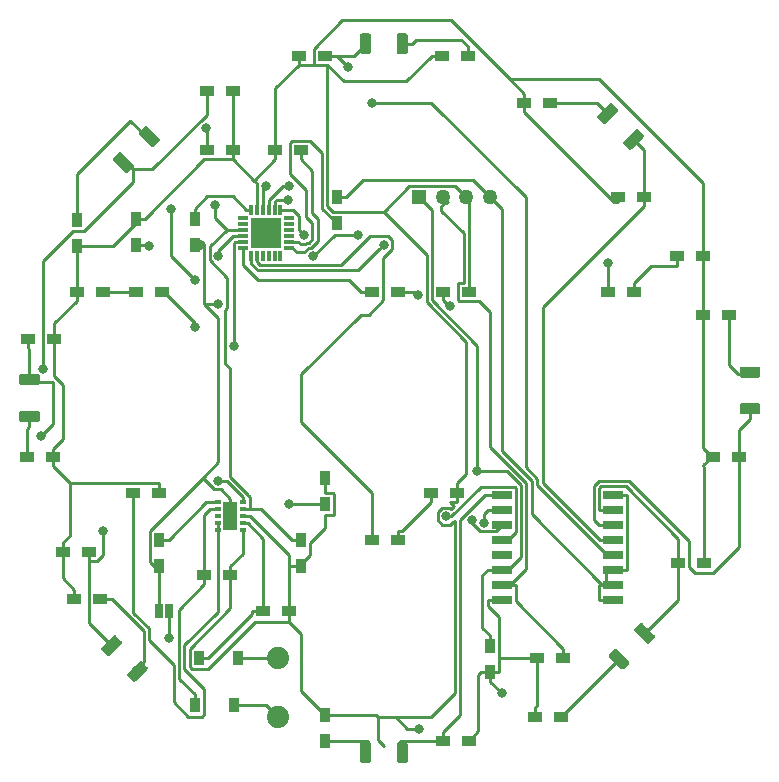
<source format=gbr>
G04 #@! TF.GenerationSoftware,KiCad,Pcbnew,(5.0.0)*
G04 #@! TF.CreationDate,2019-01-02T21:37:44-05:00*
G04 #@! TF.ProjectId,bikesenseCap,62696B6573656E73654361702E6B6963,REV B*
G04 #@! TF.SameCoordinates,Original*
G04 #@! TF.FileFunction,Copper,L1,Top,Signal*
G04 #@! TF.FilePolarity,Positive*
%FSLAX46Y46*%
G04 Gerber Fmt 4.6, Leading zero omitted, Abs format (unit mm)*
G04 Created by KiCad (PCBNEW (5.0.0)) date 01/02/19 21:37:44*
%MOMM*%
%LPD*%
G01*
G04 APERTURE LIST*
G04 #@! TA.AperFunction,SMDPad,CuDef*
%ADD10R,1.200000X0.900000*%
G04 #@! TD*
G04 #@! TA.AperFunction,ComponentPad*
%ADD11R,1.270000X1.270000*%
G04 #@! TD*
G04 #@! TA.AperFunction,ComponentPad*
%ADD12C,1.270000*%
G04 #@! TD*
G04 #@! TA.AperFunction,ComponentPad*
%ADD13C,1.879600*%
G04 #@! TD*
G04 #@! TA.AperFunction,SMDPad,CuDef*
%ADD14R,0.635000X1.270000*%
G04 #@! TD*
G04 #@! TA.AperFunction,SMDPad,CuDef*
%ADD15R,0.900000X1.200000*%
G04 #@! TD*
G04 #@! TA.AperFunction,SMDPad,CuDef*
%ADD16R,0.600000X0.400000*%
G04 #@! TD*
G04 #@! TA.AperFunction,SMDPad,CuDef*
%ADD17R,1.300000X2.400000*%
G04 #@! TD*
G04 #@! TA.AperFunction,SMDPad,CuDef*
%ADD18R,2.600000X2.600000*%
G04 #@! TD*
G04 #@! TA.AperFunction,SMDPad,CuDef*
%ADD19R,0.300000X0.850000*%
G04 #@! TD*
G04 #@! TA.AperFunction,SMDPad,CuDef*
%ADD20R,0.850000X0.300000*%
G04 #@! TD*
G04 #@! TA.AperFunction,SMDPad,CuDef*
%ADD21R,1.700000X0.700000*%
G04 #@! TD*
G04 #@! TA.AperFunction,Conductor*
%ADD22C,0.100000*%
G04 #@! TD*
G04 #@! TA.AperFunction,SMDPad,CuDef*
%ADD23C,0.950000*%
G04 #@! TD*
G04 #@! TA.AperFunction,ViaPad*
%ADD24C,0.800000*%
G04 #@! TD*
G04 #@! TA.AperFunction,Conductor*
%ADD25C,0.250000*%
G04 #@! TD*
G04 APERTURE END LIST*
D10*
G04 #@! TO.P,D3,1*
G04 #@! TO.N,Net-(D3-Pad1)*
X131200000Y-91000000D03*
G04 #@! TO.P,D3,2*
G04 #@! TO.N,Net-(D3-Pad2)*
X129000000Y-91000000D03*
G04 #@! TD*
G04 #@! TO.P,D4,2*
G04 #@! TO.N,Net-(D4-Pad2)*
X151200000Y-91000000D03*
G04 #@! TO.P,D4,1*
G04 #@! TO.N,Net-(D4-Pad1)*
X149000000Y-91000000D03*
G04 #@! TD*
G04 #@! TO.P,D5,2*
G04 #@! TO.N,Net-(D5-Pad2)*
X171200000Y-91000000D03*
G04 #@! TO.P,D5,1*
G04 #@! TO.N,Net-(D5-Pad1)*
X169000000Y-91000000D03*
G04 #@! TD*
G04 #@! TO.P,D6,1*
G04 #@! TO.N,Net-(D6-Pad1)*
X149000000Y-112000000D03*
G04 #@! TO.P,D6,2*
G04 #@! TO.N,Net-(D6-Pad2)*
X151200000Y-112000000D03*
G04 #@! TD*
D11*
G04 #@! TO.P,J1,1*
G04 #@! TO.N,/SCL*
X153000260Y-83000000D03*
D12*
G04 #@! TO.P,J1,2*
G04 #@! TO.N,/SDA*
X155001780Y-83000000D03*
G04 #@! TO.P,J1,3*
G04 #@! TO.N,+3V3*
X156998220Y-83000000D03*
G04 #@! TO.P,J1,4*
G04 #@! TO.N,GND*
X158999740Y-83000000D03*
G04 #@! TD*
D13*
G04 #@! TO.P,J10,1*
G04 #@! TO.N,Net-(D1-Pad1)*
X141000000Y-122000000D03*
G04 #@! TD*
G04 #@! TO.P,J11,1*
G04 #@! TO.N,Net-(D2-Pad1)*
X141000000Y-127000000D03*
G04 #@! TD*
D14*
G04 #@! TO.P,JP1,1*
G04 #@! TO.N,GND*
X130999600Y-118000000D03*
G04 #@! TO.P,JP1,2*
G04 #@! TO.N,Net-(D1-Pad1)*
X131812400Y-118000000D03*
G04 #@! TD*
D10*
G04 #@! TO.P,R1,1*
G04 #@! TO.N,Net-(R1-Pad1)*
X143000000Y-79000000D03*
G04 #@! TO.P,R1,2*
G04 #@! TO.N,+3V3*
X140800000Y-79000000D03*
G04 #@! TD*
G04 #@! TO.P,R2,1*
G04 #@! TO.N,/SCL*
X135000000Y-79000000D03*
G04 #@! TO.P,R2,2*
G04 #@! TO.N,+3V3*
X137200000Y-79000000D03*
G04 #@! TD*
D15*
G04 #@! TO.P,R3,2*
G04 #@! TO.N,GND*
X146000000Y-83000000D03*
G04 #@! TO.P,R3,1*
G04 #@! TO.N,Net-(R3-Pad1)*
X146000000Y-85200000D03*
G04 #@! TD*
G04 #@! TO.P,R4,1*
G04 #@! TO.N,GND*
X134000000Y-87000000D03*
G04 #@! TO.P,R4,2*
G04 #@! TO.N,Net-(R4-Pad2)*
X134000000Y-84800000D03*
G04 #@! TD*
G04 #@! TO.P,R5,2*
G04 #@! TO.N,+3V3*
X129000000Y-84800000D03*
G04 #@! TO.P,R5,1*
G04 #@! TO.N,/SDA*
X129000000Y-87000000D03*
G04 #@! TD*
G04 #@! TO.P,R6,1*
G04 #@! TO.N,/SCL*
X145000000Y-109000000D03*
G04 #@! TO.P,R6,2*
G04 #@! TO.N,+3V3*
X145000000Y-106800000D03*
G04 #@! TD*
G04 #@! TO.P,R7,2*
G04 #@! TO.N,GND*
X131000000Y-114200000D03*
G04 #@! TO.P,R7,1*
G04 #@! TO.N,Net-(R7-Pad1)*
X131000000Y-112000000D03*
G04 #@! TD*
G04 #@! TO.P,R8,1*
G04 #@! TO.N,/SDA*
X143000000Y-112000000D03*
G04 #@! TO.P,R8,2*
G04 #@! TO.N,+3V3*
X143000000Y-114200000D03*
G04 #@! TD*
D10*
G04 #@! TO.P,R9,2*
G04 #@! TO.N,+3V3*
X142000000Y-118000000D03*
G04 #@! TO.P,R9,1*
G04 #@! TO.N,Net-(D1-Pad2)*
X139800000Y-118000000D03*
G04 #@! TD*
G04 #@! TO.P,R10,1*
G04 #@! TO.N,Net-(D2-Pad2)*
X134800000Y-115000000D03*
G04 #@! TO.P,R10,2*
G04 #@! TO.N,+3V3*
X137000000Y-115000000D03*
G04 #@! TD*
G04 #@! TO.P,R11,1*
G04 #@! TO.N,Net-(D3-Pad2)*
X126200000Y-91000000D03*
G04 #@! TO.P,R11,2*
G04 #@! TO.N,+3V3*
X124000000Y-91000000D03*
G04 #@! TD*
G04 #@! TO.P,R12,2*
G04 #@! TO.N,+3V3*
X157200000Y-91000000D03*
G04 #@! TO.P,R12,1*
G04 #@! TO.N,Net-(D4-Pad2)*
X155000000Y-91000000D03*
G04 #@! TD*
G04 #@! TO.P,R13,2*
G04 #@! TO.N,+3V3*
X177000000Y-88000000D03*
G04 #@! TO.P,R13,1*
G04 #@! TO.N,Net-(D5-Pad2)*
X174800000Y-88000000D03*
G04 #@! TD*
G04 #@! TO.P,R14,1*
G04 #@! TO.N,Net-(D6-Pad2)*
X154000000Y-108000000D03*
G04 #@! TO.P,R14,2*
G04 #@! TO.N,+3V3*
X156200000Y-108000000D03*
G04 #@! TD*
G04 #@! TO.P,R19,2*
G04 #@! TO.N,Net-(D11-Pad2)*
X119800000Y-105000000D03*
G04 #@! TO.P,R19,1*
G04 #@! TO.N,+3V3*
X122000000Y-105000000D03*
G04 #@! TD*
G04 #@! TO.P,R20,1*
G04 #@! TO.N,+3V3*
X122100000Y-95000000D03*
G04 #@! TO.P,R20,2*
G04 #@! TO.N,/West*
X119900000Y-95000000D03*
G04 #@! TD*
D15*
G04 #@! TO.P,R21,2*
G04 #@! TO.N,Net-(D12-Pad2)*
X124000000Y-84900000D03*
G04 #@! TO.P,R21,1*
G04 #@! TO.N,+3V3*
X124000000Y-87100000D03*
G04 #@! TD*
D10*
G04 #@! TO.P,R22,2*
G04 #@! TO.N,Net-(D13-Pad2)*
X126000000Y-117000000D03*
G04 #@! TO.P,R22,1*
G04 #@! TO.N,+3V3*
X123800000Y-117000000D03*
G04 #@! TD*
D15*
G04 #@! TO.P,R23,2*
G04 #@! TO.N,+3V3*
X159000000Y-123200000D03*
G04 #@! TO.P,R23,1*
G04 #@! TO.N,/SCL*
X159000000Y-121000000D03*
G04 #@! TD*
D10*
G04 #@! TO.P,R24,1*
G04 #@! TO.N,+3V3*
X137200000Y-74000000D03*
G04 #@! TO.P,R24,2*
G04 #@! TO.N,/NorthWest*
X135000000Y-74000000D03*
G04 #@! TD*
G04 #@! TO.P,R25,1*
G04 #@! TO.N,+3V3*
X122800000Y-113000000D03*
G04 #@! TO.P,R25,2*
G04 #@! TO.N,/SouthWest*
X125000000Y-113000000D03*
G04 #@! TD*
G04 #@! TO.P,R26,1*
G04 #@! TO.N,/SDA*
X165200000Y-122000000D03*
G04 #@! TO.P,R26,2*
G04 #@! TO.N,+3V3*
X163000000Y-122000000D03*
G04 #@! TD*
G04 #@! TO.P,R27,2*
G04 #@! TO.N,Net-(D14-Pad2)*
X157100000Y-71000000D03*
G04 #@! TO.P,R27,1*
G04 #@! TO.N,+3V3*
X154900000Y-71000000D03*
G04 #@! TD*
D15*
G04 #@! TO.P,R28,1*
G04 #@! TO.N,+3V3*
X145000000Y-126800000D03*
G04 #@! TO.P,R28,2*
G04 #@! TO.N,Net-(D15-Pad2)*
X145000000Y-129000000D03*
G04 #@! TD*
D10*
G04 #@! TO.P,R29,2*
G04 #@! TO.N,/North*
X145000000Y-71000000D03*
G04 #@! TO.P,R29,1*
G04 #@! TO.N,+3V3*
X142800000Y-71000000D03*
G04 #@! TD*
G04 #@! TO.P,R30,1*
G04 #@! TO.N,+3V3*
X157200000Y-129000000D03*
G04 #@! TO.P,R30,2*
G04 #@! TO.N,/South*
X155000000Y-129000000D03*
G04 #@! TD*
G04 #@! TO.P,R31,2*
G04 #@! TO.N,Net-(D16-Pad2)*
X164100000Y-75000000D03*
G04 #@! TO.P,R31,1*
G04 #@! TO.N,+3V3*
X161900000Y-75000000D03*
G04 #@! TD*
G04 #@! TO.P,R32,2*
G04 #@! TO.N,Net-(D17-Pad2)*
X165000000Y-127000000D03*
G04 #@! TO.P,R32,1*
G04 #@! TO.N,+3V3*
X162800000Y-127000000D03*
G04 #@! TD*
G04 #@! TO.P,R33,1*
G04 #@! TO.N,+3V3*
X169800000Y-83000000D03*
G04 #@! TO.P,R33,2*
G04 #@! TO.N,/NorthEast*
X172000000Y-83000000D03*
G04 #@! TD*
G04 #@! TO.P,R34,1*
G04 #@! TO.N,+3V3*
X177100000Y-114000000D03*
G04 #@! TO.P,R34,2*
G04 #@! TO.N,/SouthEast*
X174900000Y-114000000D03*
G04 #@! TD*
G04 #@! TO.P,R35,2*
G04 #@! TO.N,Net-(D18-Pad2)*
X179200000Y-93000000D03*
G04 #@! TO.P,R35,1*
G04 #@! TO.N,+3V3*
X177000000Y-93000000D03*
G04 #@! TD*
G04 #@! TO.P,R36,1*
G04 #@! TO.N,+3V3*
X177900000Y-105000000D03*
G04 #@! TO.P,R36,2*
G04 #@! TO.N,/East*
X180100000Y-105000000D03*
G04 #@! TD*
G04 #@! TO.P,TH1,2*
G04 #@! TO.N,+3V3*
X131000000Y-108000000D03*
G04 #@! TO.P,TH1,1*
G04 #@! TO.N,Net-(TH1-Pad1)*
X128800000Y-108000000D03*
G04 #@! TD*
D16*
G04 #@! TO.P,U1,3*
G04 #@! TO.N,Net-(U1-Pad3)*
X135950000Y-110000000D03*
G04 #@! TO.P,U1,8*
G04 #@! TO.N,+3V3*
X138050000Y-110000000D03*
G04 #@! TO.P,U1,9*
G04 #@! TO.N,/SDA*
X138050000Y-109400000D03*
G04 #@! TO.P,U1,10*
G04 #@! TO.N,/SCL*
X138050000Y-108800000D03*
G04 #@! TO.P,U1,7*
G04 #@! TO.N,Net-(D1-Pad2)*
X138050000Y-110600000D03*
G04 #@! TO.P,U1,6*
G04 #@! TO.N,+3V3*
X138050000Y-111200000D03*
G04 #@! TO.P,U1,4*
G04 #@! TO.N,Net-(TH1-Pad1)*
X135950000Y-110600000D03*
G04 #@! TO.P,U1,5*
X135950000Y-111200000D03*
G04 #@! TO.P,U1,2*
G04 #@! TO.N,Net-(D2-Pad2)*
X135950000Y-109400000D03*
G04 #@! TO.P,U1,1*
G04 #@! TO.N,Net-(R7-Pad1)*
X135950000Y-108800000D03*
D17*
G04 #@! TO.P,U1,11*
G04 #@! TO.N,GND*
X137000000Y-110000000D03*
G04 #@! TD*
D18*
G04 #@! TO.P,U2,25*
G04 #@! TO.N,GND*
X140000000Y-86000000D03*
D19*
G04 #@! TO.P,U2,24*
G04 #@! TO.N,Net-(R4-Pad2)*
X138750000Y-84050000D03*
G04 #@! TO.P,U2,23*
G04 #@! TO.N,+3V3*
X139250000Y-84050000D03*
G04 #@! TO.P,U2,22*
G04 #@! TO.N,Net-(J2-Pad1)*
X139750000Y-84050000D03*
G04 #@! TO.P,U2,21*
G04 #@! TO.N,Net-(J3-Pad1)*
X140250000Y-84050000D03*
G04 #@! TO.P,U2,20*
G04 #@! TO.N,Net-(J4-Pad1)*
X140750000Y-84050000D03*
G04 #@! TO.P,U2,19*
G04 #@! TO.N,Net-(J5-Pad1)*
X141250000Y-84050000D03*
D20*
G04 #@! TO.P,U2,18*
G04 #@! TO.N,Net-(U2-Pad18)*
X141950000Y-84750000D03*
G04 #@! TO.P,U2,17*
G04 #@! TO.N,Net-(U2-Pad17)*
X141950000Y-85250000D03*
G04 #@! TO.P,U2,16*
G04 #@! TO.N,Net-(U2-Pad16)*
X141950000Y-85750000D03*
G04 #@! TO.P,U2,15*
G04 #@! TO.N,Net-(U2-Pad15)*
X141950000Y-86250000D03*
G04 #@! TO.P,U2,14*
G04 #@! TO.N,Net-(R3-Pad1)*
X141950000Y-86750000D03*
G04 #@! TO.P,U2,13*
G04 #@! TO.N,Net-(R1-Pad1)*
X141950000Y-87250000D03*
D19*
G04 #@! TO.P,U2,12*
G04 #@! TO.N,Net-(U2-Pad12)*
X141250000Y-87950000D03*
G04 #@! TO.P,U2,11*
G04 #@! TO.N,Net-(U2-Pad11)*
X140750000Y-87950000D03*
G04 #@! TO.P,U2,10*
G04 #@! TO.N,Net-(U2-Pad10)*
X140250000Y-87950000D03*
G04 #@! TO.P,U2,9*
G04 #@! TO.N,Net-(U2-Pad9)*
X139750000Y-87950000D03*
G04 #@! TO.P,U2,8*
G04 #@! TO.N,Net-(D6-Pad1)*
X139250000Y-87950000D03*
G04 #@! TO.P,U2,7*
G04 #@! TO.N,Net-(D5-Pad1)*
X138750000Y-87950000D03*
D20*
G04 #@! TO.P,U2,6*
G04 #@! TO.N,Net-(D4-Pad1)*
X138050000Y-87250000D03*
G04 #@! TO.P,U2,5*
G04 #@! TO.N,Net-(D3-Pad1)*
X138050000Y-86750000D03*
G04 #@! TO.P,U2,4*
G04 #@! TO.N,/SCL*
X138050000Y-86250000D03*
G04 #@! TO.P,U2,3*
G04 #@! TO.N,/SDA*
X138050000Y-85750000D03*
G04 #@! TO.P,U2,2*
G04 #@! TO.N,Net-(U2-Pad2)*
X138050000Y-85250000D03*
G04 #@! TO.P,U2,1*
G04 #@! TO.N,Net-(U2-Pad1)*
X138050000Y-84750000D03*
G04 #@! TD*
D21*
G04 #@! TO.P,U3,13*
G04 #@! TO.N,Net-(U3-Pad13)*
X160000000Y-113270000D03*
G04 #@! TO.P,U3,14*
G04 #@! TO.N,/SCL*
X160000000Y-114540000D03*
G04 #@! TO.P,U3,15*
G04 #@! TO.N,/SDA*
X160000000Y-115810000D03*
G04 #@! TO.P,U3,16*
G04 #@! TO.N,+3V3*
X160000000Y-117080000D03*
G04 #@! TO.P,U3,12*
G04 #@! TO.N,/NorthWest*
X160000000Y-112000000D03*
G04 #@! TO.P,U3,11*
G04 #@! TO.N,/West*
X160000000Y-110730000D03*
G04 #@! TO.P,U3,10*
G04 #@! TO.N,/SouthWest*
X160000000Y-109460000D03*
G04 #@! TO.P,U3,9*
G04 #@! TO.N,/South*
X160000000Y-108190000D03*
G04 #@! TO.P,U3,4*
G04 #@! TO.N,/North*
X169380000Y-113270000D03*
G04 #@! TO.P,U3,5*
G04 #@! TO.N,/NorthEast*
X169380000Y-112000000D03*
G04 #@! TO.P,U3,3*
G04 #@! TO.N,GND*
X169380000Y-114540000D03*
G04 #@! TO.P,U3,2*
X169380000Y-115810000D03*
G04 #@! TO.P,U3,1*
X169380000Y-117080000D03*
G04 #@! TO.P,U3,6*
G04 #@! TO.N,/East*
X169380000Y-110730000D03*
G04 #@! TO.P,U3,7*
G04 #@! TO.N,/SouthEast*
X169380000Y-109460000D03*
G04 #@! TO.P,U3,8*
G04 #@! TO.N,GND*
X169380000Y-108190000D03*
G04 #@! TD*
D15*
G04 #@! TO.P,D1,1*
G04 #@! TO.N,Net-(D1-Pad1)*
X137650000Y-122000000D03*
G04 #@! TO.P,D1,2*
G04 #@! TO.N,Net-(D1-Pad2)*
X134350000Y-122000000D03*
G04 #@! TD*
G04 #@! TO.P,D2,2*
G04 #@! TO.N,Net-(D2-Pad2)*
X134000000Y-126000000D03*
G04 #@! TO.P,D2,1*
G04 #@! TO.N,Net-(D2-Pad1)*
X137300000Y-126000000D03*
G04 #@! TD*
D22*
G04 #@! TO.N,Net-(D11-Pad2)*
G04 #@! TO.C,D11*
G36*
X120703623Y-101075915D02*
X120722067Y-101078651D01*
X120740154Y-101083181D01*
X120757710Y-101089463D01*
X120774565Y-101097435D01*
X120790558Y-101107021D01*
X120805535Y-101118128D01*
X120819350Y-101130650D01*
X120831872Y-101144465D01*
X120842979Y-101159442D01*
X120852565Y-101175435D01*
X120860537Y-101192290D01*
X120866819Y-101209846D01*
X120871349Y-101227933D01*
X120874085Y-101246377D01*
X120875000Y-101265000D01*
X120875000Y-101835000D01*
X120874085Y-101853623D01*
X120871349Y-101872067D01*
X120866819Y-101890154D01*
X120860537Y-101907710D01*
X120852565Y-101924565D01*
X120842979Y-101940558D01*
X120831872Y-101955535D01*
X120819350Y-101969350D01*
X120805535Y-101981872D01*
X120790558Y-101992979D01*
X120774565Y-102002565D01*
X120757710Y-102010537D01*
X120740154Y-102016819D01*
X120722067Y-102021349D01*
X120703623Y-102024085D01*
X120685000Y-102025000D01*
X119315000Y-102025000D01*
X119296377Y-102024085D01*
X119277933Y-102021349D01*
X119259846Y-102016819D01*
X119242290Y-102010537D01*
X119225435Y-102002565D01*
X119209442Y-101992979D01*
X119194465Y-101981872D01*
X119180650Y-101969350D01*
X119168128Y-101955535D01*
X119157021Y-101940558D01*
X119147435Y-101924565D01*
X119139463Y-101907710D01*
X119133181Y-101890154D01*
X119128651Y-101872067D01*
X119125915Y-101853623D01*
X119125000Y-101835000D01*
X119125000Y-101265000D01*
X119125915Y-101246377D01*
X119128651Y-101227933D01*
X119133181Y-101209846D01*
X119139463Y-101192290D01*
X119147435Y-101175435D01*
X119157021Y-101159442D01*
X119168128Y-101144465D01*
X119180650Y-101130650D01*
X119194465Y-101118128D01*
X119209442Y-101107021D01*
X119225435Y-101097435D01*
X119242290Y-101089463D01*
X119259846Y-101083181D01*
X119277933Y-101078651D01*
X119296377Y-101075915D01*
X119315000Y-101075000D01*
X120685000Y-101075000D01*
X120703623Y-101075915D01*
X120703623Y-101075915D01*
G37*
D23*
G04 #@! TD*
G04 #@! TO.P,D11,2*
G04 #@! TO.N,Net-(D11-Pad2)*
X120000000Y-101550000D03*
D22*
G04 #@! TO.N,/West*
G04 #@! TO.C,D11*
G36*
X120703623Y-97975915D02*
X120722067Y-97978651D01*
X120740154Y-97983181D01*
X120757710Y-97989463D01*
X120774565Y-97997435D01*
X120790558Y-98007021D01*
X120805535Y-98018128D01*
X120819350Y-98030650D01*
X120831872Y-98044465D01*
X120842979Y-98059442D01*
X120852565Y-98075435D01*
X120860537Y-98092290D01*
X120866819Y-98109846D01*
X120871349Y-98127933D01*
X120874085Y-98146377D01*
X120875000Y-98165000D01*
X120875000Y-98735000D01*
X120874085Y-98753623D01*
X120871349Y-98772067D01*
X120866819Y-98790154D01*
X120860537Y-98807710D01*
X120852565Y-98824565D01*
X120842979Y-98840558D01*
X120831872Y-98855535D01*
X120819350Y-98869350D01*
X120805535Y-98881872D01*
X120790558Y-98892979D01*
X120774565Y-98902565D01*
X120757710Y-98910537D01*
X120740154Y-98916819D01*
X120722067Y-98921349D01*
X120703623Y-98924085D01*
X120685000Y-98925000D01*
X119315000Y-98925000D01*
X119296377Y-98924085D01*
X119277933Y-98921349D01*
X119259846Y-98916819D01*
X119242290Y-98910537D01*
X119225435Y-98902565D01*
X119209442Y-98892979D01*
X119194465Y-98881872D01*
X119180650Y-98869350D01*
X119168128Y-98855535D01*
X119157021Y-98840558D01*
X119147435Y-98824565D01*
X119139463Y-98807710D01*
X119133181Y-98790154D01*
X119128651Y-98772067D01*
X119125915Y-98753623D01*
X119125000Y-98735000D01*
X119125000Y-98165000D01*
X119125915Y-98146377D01*
X119128651Y-98127933D01*
X119133181Y-98109846D01*
X119139463Y-98092290D01*
X119147435Y-98075435D01*
X119157021Y-98059442D01*
X119168128Y-98044465D01*
X119180650Y-98030650D01*
X119194465Y-98018128D01*
X119209442Y-98007021D01*
X119225435Y-97997435D01*
X119242290Y-97989463D01*
X119259846Y-97983181D01*
X119277933Y-97978651D01*
X119296377Y-97975915D01*
X119315000Y-97975000D01*
X120685000Y-97975000D01*
X120703623Y-97975915D01*
X120703623Y-97975915D01*
G37*
D23*
G04 #@! TD*
G04 #@! TO.P,D11,1*
G04 #@! TO.N,/West*
X120000000Y-98450000D03*
D22*
G04 #@! TO.N,/NorthWest*
G04 #@! TO.C,D12*
G36*
X127684764Y-79175637D02*
X127703208Y-79178373D01*
X127721295Y-79182903D01*
X127738851Y-79189185D01*
X127755706Y-79197157D01*
X127771699Y-79206743D01*
X127786676Y-79217850D01*
X127800491Y-79230372D01*
X128769228Y-80199109D01*
X128781750Y-80212924D01*
X128792857Y-80227901D01*
X128802443Y-80243894D01*
X128810415Y-80260749D01*
X128816697Y-80278305D01*
X128821227Y-80296392D01*
X128823963Y-80314836D01*
X128824878Y-80333459D01*
X128823963Y-80352082D01*
X128821227Y-80370526D01*
X128816697Y-80388613D01*
X128810415Y-80406169D01*
X128802443Y-80423024D01*
X128792857Y-80439017D01*
X128781750Y-80453994D01*
X128769228Y-80467809D01*
X128366177Y-80870860D01*
X128352362Y-80883382D01*
X128337385Y-80894489D01*
X128321392Y-80904075D01*
X128304537Y-80912047D01*
X128286981Y-80918329D01*
X128268894Y-80922859D01*
X128250450Y-80925595D01*
X128231827Y-80926510D01*
X128213204Y-80925595D01*
X128194760Y-80922859D01*
X128176673Y-80918329D01*
X128159117Y-80912047D01*
X128142262Y-80904075D01*
X128126269Y-80894489D01*
X128111292Y-80883382D01*
X128097477Y-80870860D01*
X127128740Y-79902123D01*
X127116218Y-79888308D01*
X127105111Y-79873331D01*
X127095525Y-79857338D01*
X127087553Y-79840483D01*
X127081271Y-79822927D01*
X127076741Y-79804840D01*
X127074005Y-79786396D01*
X127073090Y-79767773D01*
X127074005Y-79749150D01*
X127076741Y-79730706D01*
X127081271Y-79712619D01*
X127087553Y-79695063D01*
X127095525Y-79678208D01*
X127105111Y-79662215D01*
X127116218Y-79647238D01*
X127128740Y-79633423D01*
X127531791Y-79230372D01*
X127545606Y-79217850D01*
X127560583Y-79206743D01*
X127576576Y-79197157D01*
X127593431Y-79189185D01*
X127610987Y-79182903D01*
X127629074Y-79178373D01*
X127647518Y-79175637D01*
X127666141Y-79174722D01*
X127684764Y-79175637D01*
X127684764Y-79175637D01*
G37*
D23*
G04 #@! TD*
G04 #@! TO.P,D12,1*
G04 #@! TO.N,/NorthWest*
X127948984Y-80050616D03*
D22*
G04 #@! TO.N,Net-(D12-Pad2)*
G04 #@! TO.C,D12*
G36*
X129876796Y-76983605D02*
X129895240Y-76986341D01*
X129913327Y-76990871D01*
X129930883Y-76997153D01*
X129947738Y-77005125D01*
X129963731Y-77014711D01*
X129978708Y-77025818D01*
X129992523Y-77038340D01*
X130961260Y-78007077D01*
X130973782Y-78020892D01*
X130984889Y-78035869D01*
X130994475Y-78051862D01*
X131002447Y-78068717D01*
X131008729Y-78086273D01*
X131013259Y-78104360D01*
X131015995Y-78122804D01*
X131016910Y-78141427D01*
X131015995Y-78160050D01*
X131013259Y-78178494D01*
X131008729Y-78196581D01*
X131002447Y-78214137D01*
X130994475Y-78230992D01*
X130984889Y-78246985D01*
X130973782Y-78261962D01*
X130961260Y-78275777D01*
X130558209Y-78678828D01*
X130544394Y-78691350D01*
X130529417Y-78702457D01*
X130513424Y-78712043D01*
X130496569Y-78720015D01*
X130479013Y-78726297D01*
X130460926Y-78730827D01*
X130442482Y-78733563D01*
X130423859Y-78734478D01*
X130405236Y-78733563D01*
X130386792Y-78730827D01*
X130368705Y-78726297D01*
X130351149Y-78720015D01*
X130334294Y-78712043D01*
X130318301Y-78702457D01*
X130303324Y-78691350D01*
X130289509Y-78678828D01*
X129320772Y-77710091D01*
X129308250Y-77696276D01*
X129297143Y-77681299D01*
X129287557Y-77665306D01*
X129279585Y-77648451D01*
X129273303Y-77630895D01*
X129268773Y-77612808D01*
X129266037Y-77594364D01*
X129265122Y-77575741D01*
X129266037Y-77557118D01*
X129268773Y-77538674D01*
X129273303Y-77520587D01*
X129279585Y-77503031D01*
X129287557Y-77486176D01*
X129297143Y-77470183D01*
X129308250Y-77455206D01*
X129320772Y-77441391D01*
X129723823Y-77038340D01*
X129737638Y-77025818D01*
X129752615Y-77014711D01*
X129768608Y-77005125D01*
X129785463Y-76997153D01*
X129803019Y-76990871D01*
X129821106Y-76986341D01*
X129839550Y-76983605D01*
X129858173Y-76982690D01*
X129876796Y-76983605D01*
X129876796Y-76983605D01*
G37*
D23*
G04 #@! TD*
G04 #@! TO.P,D12,2*
G04 #@! TO.N,Net-(D12-Pad2)*
X130141016Y-77858584D03*
D22*
G04 #@! TO.N,/SouthWest*
G04 #@! TO.C,D13*
G36*
X127250450Y-120074005D02*
X127268894Y-120076741D01*
X127286981Y-120081271D01*
X127304537Y-120087553D01*
X127321392Y-120095525D01*
X127337385Y-120105111D01*
X127352362Y-120116218D01*
X127366177Y-120128740D01*
X127769228Y-120531791D01*
X127781750Y-120545606D01*
X127792857Y-120560583D01*
X127802443Y-120576576D01*
X127810415Y-120593431D01*
X127816697Y-120610987D01*
X127821227Y-120629074D01*
X127823963Y-120647518D01*
X127824878Y-120666141D01*
X127823963Y-120684764D01*
X127821227Y-120703208D01*
X127816697Y-120721295D01*
X127810415Y-120738851D01*
X127802443Y-120755706D01*
X127792857Y-120771699D01*
X127781750Y-120786676D01*
X127769228Y-120800491D01*
X126800491Y-121769228D01*
X126786676Y-121781750D01*
X126771699Y-121792857D01*
X126755706Y-121802443D01*
X126738851Y-121810415D01*
X126721295Y-121816697D01*
X126703208Y-121821227D01*
X126684764Y-121823963D01*
X126666141Y-121824878D01*
X126647518Y-121823963D01*
X126629074Y-121821227D01*
X126610987Y-121816697D01*
X126593431Y-121810415D01*
X126576576Y-121802443D01*
X126560583Y-121792857D01*
X126545606Y-121781750D01*
X126531791Y-121769228D01*
X126128740Y-121366177D01*
X126116218Y-121352362D01*
X126105111Y-121337385D01*
X126095525Y-121321392D01*
X126087553Y-121304537D01*
X126081271Y-121286981D01*
X126076741Y-121268894D01*
X126074005Y-121250450D01*
X126073090Y-121231827D01*
X126074005Y-121213204D01*
X126076741Y-121194760D01*
X126081271Y-121176673D01*
X126087553Y-121159117D01*
X126095525Y-121142262D01*
X126105111Y-121126269D01*
X126116218Y-121111292D01*
X126128740Y-121097477D01*
X127097477Y-120128740D01*
X127111292Y-120116218D01*
X127126269Y-120105111D01*
X127142262Y-120095525D01*
X127159117Y-120087553D01*
X127176673Y-120081271D01*
X127194760Y-120076741D01*
X127213204Y-120074005D01*
X127231827Y-120073090D01*
X127250450Y-120074005D01*
X127250450Y-120074005D01*
G37*
D23*
G04 #@! TD*
G04 #@! TO.P,D13,1*
G04 #@! TO.N,/SouthWest*
X126948984Y-120948984D03*
D22*
G04 #@! TO.N,Net-(D13-Pad2)*
G04 #@! TO.C,D13*
G36*
X129442482Y-122266037D02*
X129460926Y-122268773D01*
X129479013Y-122273303D01*
X129496569Y-122279585D01*
X129513424Y-122287557D01*
X129529417Y-122297143D01*
X129544394Y-122308250D01*
X129558209Y-122320772D01*
X129961260Y-122723823D01*
X129973782Y-122737638D01*
X129984889Y-122752615D01*
X129994475Y-122768608D01*
X130002447Y-122785463D01*
X130008729Y-122803019D01*
X130013259Y-122821106D01*
X130015995Y-122839550D01*
X130016910Y-122858173D01*
X130015995Y-122876796D01*
X130013259Y-122895240D01*
X130008729Y-122913327D01*
X130002447Y-122930883D01*
X129994475Y-122947738D01*
X129984889Y-122963731D01*
X129973782Y-122978708D01*
X129961260Y-122992523D01*
X128992523Y-123961260D01*
X128978708Y-123973782D01*
X128963731Y-123984889D01*
X128947738Y-123994475D01*
X128930883Y-124002447D01*
X128913327Y-124008729D01*
X128895240Y-124013259D01*
X128876796Y-124015995D01*
X128858173Y-124016910D01*
X128839550Y-124015995D01*
X128821106Y-124013259D01*
X128803019Y-124008729D01*
X128785463Y-124002447D01*
X128768608Y-123994475D01*
X128752615Y-123984889D01*
X128737638Y-123973782D01*
X128723823Y-123961260D01*
X128320772Y-123558209D01*
X128308250Y-123544394D01*
X128297143Y-123529417D01*
X128287557Y-123513424D01*
X128279585Y-123496569D01*
X128273303Y-123479013D01*
X128268773Y-123460926D01*
X128266037Y-123442482D01*
X128265122Y-123423859D01*
X128266037Y-123405236D01*
X128268773Y-123386792D01*
X128273303Y-123368705D01*
X128279585Y-123351149D01*
X128287557Y-123334294D01*
X128297143Y-123318301D01*
X128308250Y-123303324D01*
X128320772Y-123289509D01*
X129289509Y-122320772D01*
X129303324Y-122308250D01*
X129318301Y-122297143D01*
X129334294Y-122287557D01*
X129351149Y-122279585D01*
X129368705Y-122273303D01*
X129386792Y-122268773D01*
X129405236Y-122266037D01*
X129423859Y-122265122D01*
X129442482Y-122266037D01*
X129442482Y-122266037D01*
G37*
D23*
G04 #@! TD*
G04 #@! TO.P,D13,2*
G04 #@! TO.N,Net-(D13-Pad2)*
X129141016Y-123141016D03*
D22*
G04 #@! TO.N,Net-(D14-Pad2)*
G04 #@! TO.C,D14*
G36*
X151853623Y-69125915D02*
X151872067Y-69128651D01*
X151890154Y-69133181D01*
X151907710Y-69139463D01*
X151924565Y-69147435D01*
X151940558Y-69157021D01*
X151955535Y-69168128D01*
X151969350Y-69180650D01*
X151981872Y-69194465D01*
X151992979Y-69209442D01*
X152002565Y-69225435D01*
X152010537Y-69242290D01*
X152016819Y-69259846D01*
X152021349Y-69277933D01*
X152024085Y-69296377D01*
X152025000Y-69315000D01*
X152025000Y-70685000D01*
X152024085Y-70703623D01*
X152021349Y-70722067D01*
X152016819Y-70740154D01*
X152010537Y-70757710D01*
X152002565Y-70774565D01*
X151992979Y-70790558D01*
X151981872Y-70805535D01*
X151969350Y-70819350D01*
X151955535Y-70831872D01*
X151940558Y-70842979D01*
X151924565Y-70852565D01*
X151907710Y-70860537D01*
X151890154Y-70866819D01*
X151872067Y-70871349D01*
X151853623Y-70874085D01*
X151835000Y-70875000D01*
X151265000Y-70875000D01*
X151246377Y-70874085D01*
X151227933Y-70871349D01*
X151209846Y-70866819D01*
X151192290Y-70860537D01*
X151175435Y-70852565D01*
X151159442Y-70842979D01*
X151144465Y-70831872D01*
X151130650Y-70819350D01*
X151118128Y-70805535D01*
X151107021Y-70790558D01*
X151097435Y-70774565D01*
X151089463Y-70757710D01*
X151083181Y-70740154D01*
X151078651Y-70722067D01*
X151075915Y-70703623D01*
X151075000Y-70685000D01*
X151075000Y-69315000D01*
X151075915Y-69296377D01*
X151078651Y-69277933D01*
X151083181Y-69259846D01*
X151089463Y-69242290D01*
X151097435Y-69225435D01*
X151107021Y-69209442D01*
X151118128Y-69194465D01*
X151130650Y-69180650D01*
X151144465Y-69168128D01*
X151159442Y-69157021D01*
X151175435Y-69147435D01*
X151192290Y-69139463D01*
X151209846Y-69133181D01*
X151227933Y-69128651D01*
X151246377Y-69125915D01*
X151265000Y-69125000D01*
X151835000Y-69125000D01*
X151853623Y-69125915D01*
X151853623Y-69125915D01*
G37*
D23*
G04 #@! TD*
G04 #@! TO.P,D14,2*
G04 #@! TO.N,Net-(D14-Pad2)*
X151550000Y-70000000D03*
D22*
G04 #@! TO.N,/North*
G04 #@! TO.C,D14*
G36*
X148753623Y-69125915D02*
X148772067Y-69128651D01*
X148790154Y-69133181D01*
X148807710Y-69139463D01*
X148824565Y-69147435D01*
X148840558Y-69157021D01*
X148855535Y-69168128D01*
X148869350Y-69180650D01*
X148881872Y-69194465D01*
X148892979Y-69209442D01*
X148902565Y-69225435D01*
X148910537Y-69242290D01*
X148916819Y-69259846D01*
X148921349Y-69277933D01*
X148924085Y-69296377D01*
X148925000Y-69315000D01*
X148925000Y-70685000D01*
X148924085Y-70703623D01*
X148921349Y-70722067D01*
X148916819Y-70740154D01*
X148910537Y-70757710D01*
X148902565Y-70774565D01*
X148892979Y-70790558D01*
X148881872Y-70805535D01*
X148869350Y-70819350D01*
X148855535Y-70831872D01*
X148840558Y-70842979D01*
X148824565Y-70852565D01*
X148807710Y-70860537D01*
X148790154Y-70866819D01*
X148772067Y-70871349D01*
X148753623Y-70874085D01*
X148735000Y-70875000D01*
X148165000Y-70875000D01*
X148146377Y-70874085D01*
X148127933Y-70871349D01*
X148109846Y-70866819D01*
X148092290Y-70860537D01*
X148075435Y-70852565D01*
X148059442Y-70842979D01*
X148044465Y-70831872D01*
X148030650Y-70819350D01*
X148018128Y-70805535D01*
X148007021Y-70790558D01*
X147997435Y-70774565D01*
X147989463Y-70757710D01*
X147983181Y-70740154D01*
X147978651Y-70722067D01*
X147975915Y-70703623D01*
X147975000Y-70685000D01*
X147975000Y-69315000D01*
X147975915Y-69296377D01*
X147978651Y-69277933D01*
X147983181Y-69259846D01*
X147989463Y-69242290D01*
X147997435Y-69225435D01*
X148007021Y-69209442D01*
X148018128Y-69194465D01*
X148030650Y-69180650D01*
X148044465Y-69168128D01*
X148059442Y-69157021D01*
X148075435Y-69147435D01*
X148092290Y-69139463D01*
X148109846Y-69133181D01*
X148127933Y-69128651D01*
X148146377Y-69125915D01*
X148165000Y-69125000D01*
X148735000Y-69125000D01*
X148753623Y-69125915D01*
X148753623Y-69125915D01*
G37*
D23*
G04 #@! TD*
G04 #@! TO.P,D14,1*
G04 #@! TO.N,/North*
X148450000Y-70000000D03*
D22*
G04 #@! TO.N,Net-(D15-Pad2)*
G04 #@! TO.C,D15*
G36*
X148753623Y-129125915D02*
X148772067Y-129128651D01*
X148790154Y-129133181D01*
X148807710Y-129139463D01*
X148824565Y-129147435D01*
X148840558Y-129157021D01*
X148855535Y-129168128D01*
X148869350Y-129180650D01*
X148881872Y-129194465D01*
X148892979Y-129209442D01*
X148902565Y-129225435D01*
X148910537Y-129242290D01*
X148916819Y-129259846D01*
X148921349Y-129277933D01*
X148924085Y-129296377D01*
X148925000Y-129315000D01*
X148925000Y-130685000D01*
X148924085Y-130703623D01*
X148921349Y-130722067D01*
X148916819Y-130740154D01*
X148910537Y-130757710D01*
X148902565Y-130774565D01*
X148892979Y-130790558D01*
X148881872Y-130805535D01*
X148869350Y-130819350D01*
X148855535Y-130831872D01*
X148840558Y-130842979D01*
X148824565Y-130852565D01*
X148807710Y-130860537D01*
X148790154Y-130866819D01*
X148772067Y-130871349D01*
X148753623Y-130874085D01*
X148735000Y-130875000D01*
X148165000Y-130875000D01*
X148146377Y-130874085D01*
X148127933Y-130871349D01*
X148109846Y-130866819D01*
X148092290Y-130860537D01*
X148075435Y-130852565D01*
X148059442Y-130842979D01*
X148044465Y-130831872D01*
X148030650Y-130819350D01*
X148018128Y-130805535D01*
X148007021Y-130790558D01*
X147997435Y-130774565D01*
X147989463Y-130757710D01*
X147983181Y-130740154D01*
X147978651Y-130722067D01*
X147975915Y-130703623D01*
X147975000Y-130685000D01*
X147975000Y-129315000D01*
X147975915Y-129296377D01*
X147978651Y-129277933D01*
X147983181Y-129259846D01*
X147989463Y-129242290D01*
X147997435Y-129225435D01*
X148007021Y-129209442D01*
X148018128Y-129194465D01*
X148030650Y-129180650D01*
X148044465Y-129168128D01*
X148059442Y-129157021D01*
X148075435Y-129147435D01*
X148092290Y-129139463D01*
X148109846Y-129133181D01*
X148127933Y-129128651D01*
X148146377Y-129125915D01*
X148165000Y-129125000D01*
X148735000Y-129125000D01*
X148753623Y-129125915D01*
X148753623Y-129125915D01*
G37*
D23*
G04 #@! TD*
G04 #@! TO.P,D15,2*
G04 #@! TO.N,Net-(D15-Pad2)*
X148450000Y-130000000D03*
D22*
G04 #@! TO.N,/South*
G04 #@! TO.C,D15*
G36*
X151853623Y-129125915D02*
X151872067Y-129128651D01*
X151890154Y-129133181D01*
X151907710Y-129139463D01*
X151924565Y-129147435D01*
X151940558Y-129157021D01*
X151955535Y-129168128D01*
X151969350Y-129180650D01*
X151981872Y-129194465D01*
X151992979Y-129209442D01*
X152002565Y-129225435D01*
X152010537Y-129242290D01*
X152016819Y-129259846D01*
X152021349Y-129277933D01*
X152024085Y-129296377D01*
X152025000Y-129315000D01*
X152025000Y-130685000D01*
X152024085Y-130703623D01*
X152021349Y-130722067D01*
X152016819Y-130740154D01*
X152010537Y-130757710D01*
X152002565Y-130774565D01*
X151992979Y-130790558D01*
X151981872Y-130805535D01*
X151969350Y-130819350D01*
X151955535Y-130831872D01*
X151940558Y-130842979D01*
X151924565Y-130852565D01*
X151907710Y-130860537D01*
X151890154Y-130866819D01*
X151872067Y-130871349D01*
X151853623Y-130874085D01*
X151835000Y-130875000D01*
X151265000Y-130875000D01*
X151246377Y-130874085D01*
X151227933Y-130871349D01*
X151209846Y-130866819D01*
X151192290Y-130860537D01*
X151175435Y-130852565D01*
X151159442Y-130842979D01*
X151144465Y-130831872D01*
X151130650Y-130819350D01*
X151118128Y-130805535D01*
X151107021Y-130790558D01*
X151097435Y-130774565D01*
X151089463Y-130757710D01*
X151083181Y-130740154D01*
X151078651Y-130722067D01*
X151075915Y-130703623D01*
X151075000Y-130685000D01*
X151075000Y-129315000D01*
X151075915Y-129296377D01*
X151078651Y-129277933D01*
X151083181Y-129259846D01*
X151089463Y-129242290D01*
X151097435Y-129225435D01*
X151107021Y-129209442D01*
X151118128Y-129194465D01*
X151130650Y-129180650D01*
X151144465Y-129168128D01*
X151159442Y-129157021D01*
X151175435Y-129147435D01*
X151192290Y-129139463D01*
X151209846Y-129133181D01*
X151227933Y-129128651D01*
X151246377Y-129125915D01*
X151265000Y-129125000D01*
X151835000Y-129125000D01*
X151853623Y-129125915D01*
X151853623Y-129125915D01*
G37*
D23*
G04 #@! TD*
G04 #@! TO.P,D15,1*
G04 #@! TO.N,/South*
X151550000Y-130000000D03*
D22*
G04 #@! TO.N,Net-(D16-Pad2)*
G04 #@! TO.C,D16*
G36*
X169250450Y-75029005D02*
X169268894Y-75031741D01*
X169286981Y-75036271D01*
X169304537Y-75042553D01*
X169321392Y-75050525D01*
X169337385Y-75060111D01*
X169352362Y-75071218D01*
X169366177Y-75083740D01*
X169769228Y-75486791D01*
X169781750Y-75500606D01*
X169792857Y-75515583D01*
X169802443Y-75531576D01*
X169810415Y-75548431D01*
X169816697Y-75565987D01*
X169821227Y-75584074D01*
X169823963Y-75602518D01*
X169824878Y-75621141D01*
X169823963Y-75639764D01*
X169821227Y-75658208D01*
X169816697Y-75676295D01*
X169810415Y-75693851D01*
X169802443Y-75710706D01*
X169792857Y-75726699D01*
X169781750Y-75741676D01*
X169769228Y-75755491D01*
X168800491Y-76724228D01*
X168786676Y-76736750D01*
X168771699Y-76747857D01*
X168755706Y-76757443D01*
X168738851Y-76765415D01*
X168721295Y-76771697D01*
X168703208Y-76776227D01*
X168684764Y-76778963D01*
X168666141Y-76779878D01*
X168647518Y-76778963D01*
X168629074Y-76776227D01*
X168610987Y-76771697D01*
X168593431Y-76765415D01*
X168576576Y-76757443D01*
X168560583Y-76747857D01*
X168545606Y-76736750D01*
X168531791Y-76724228D01*
X168128740Y-76321177D01*
X168116218Y-76307362D01*
X168105111Y-76292385D01*
X168095525Y-76276392D01*
X168087553Y-76259537D01*
X168081271Y-76241981D01*
X168076741Y-76223894D01*
X168074005Y-76205450D01*
X168073090Y-76186827D01*
X168074005Y-76168204D01*
X168076741Y-76149760D01*
X168081271Y-76131673D01*
X168087553Y-76114117D01*
X168095525Y-76097262D01*
X168105111Y-76081269D01*
X168116218Y-76066292D01*
X168128740Y-76052477D01*
X169097477Y-75083740D01*
X169111292Y-75071218D01*
X169126269Y-75060111D01*
X169142262Y-75050525D01*
X169159117Y-75042553D01*
X169176673Y-75036271D01*
X169194760Y-75031741D01*
X169213204Y-75029005D01*
X169231827Y-75028090D01*
X169250450Y-75029005D01*
X169250450Y-75029005D01*
G37*
D23*
G04 #@! TD*
G04 #@! TO.P,D16,2*
G04 #@! TO.N,Net-(D16-Pad2)*
X168948984Y-75903984D03*
D22*
G04 #@! TO.N,/NorthEast*
G04 #@! TO.C,D16*
G36*
X171442482Y-77221037D02*
X171460926Y-77223773D01*
X171479013Y-77228303D01*
X171496569Y-77234585D01*
X171513424Y-77242557D01*
X171529417Y-77252143D01*
X171544394Y-77263250D01*
X171558209Y-77275772D01*
X171961260Y-77678823D01*
X171973782Y-77692638D01*
X171984889Y-77707615D01*
X171994475Y-77723608D01*
X172002447Y-77740463D01*
X172008729Y-77758019D01*
X172013259Y-77776106D01*
X172015995Y-77794550D01*
X172016910Y-77813173D01*
X172015995Y-77831796D01*
X172013259Y-77850240D01*
X172008729Y-77868327D01*
X172002447Y-77885883D01*
X171994475Y-77902738D01*
X171984889Y-77918731D01*
X171973782Y-77933708D01*
X171961260Y-77947523D01*
X170992523Y-78916260D01*
X170978708Y-78928782D01*
X170963731Y-78939889D01*
X170947738Y-78949475D01*
X170930883Y-78957447D01*
X170913327Y-78963729D01*
X170895240Y-78968259D01*
X170876796Y-78970995D01*
X170858173Y-78971910D01*
X170839550Y-78970995D01*
X170821106Y-78968259D01*
X170803019Y-78963729D01*
X170785463Y-78957447D01*
X170768608Y-78949475D01*
X170752615Y-78939889D01*
X170737638Y-78928782D01*
X170723823Y-78916260D01*
X170320772Y-78513209D01*
X170308250Y-78499394D01*
X170297143Y-78484417D01*
X170287557Y-78468424D01*
X170279585Y-78451569D01*
X170273303Y-78434013D01*
X170268773Y-78415926D01*
X170266037Y-78397482D01*
X170265122Y-78378859D01*
X170266037Y-78360236D01*
X170268773Y-78341792D01*
X170273303Y-78323705D01*
X170279585Y-78306149D01*
X170287557Y-78289294D01*
X170297143Y-78273301D01*
X170308250Y-78258324D01*
X170320772Y-78244509D01*
X171289509Y-77275772D01*
X171303324Y-77263250D01*
X171318301Y-77252143D01*
X171334294Y-77242557D01*
X171351149Y-77234585D01*
X171368705Y-77228303D01*
X171386792Y-77223773D01*
X171405236Y-77221037D01*
X171423859Y-77220122D01*
X171442482Y-77221037D01*
X171442482Y-77221037D01*
G37*
D23*
G04 #@! TD*
G04 #@! TO.P,D16,1*
G04 #@! TO.N,/NorthEast*
X171141016Y-78096016D03*
D22*
G04 #@! TO.N,/SouthEast*
G04 #@! TO.C,D17*
G36*
X171831796Y-119029005D02*
X171850240Y-119031741D01*
X171868327Y-119036271D01*
X171885883Y-119042553D01*
X171902738Y-119050525D01*
X171918731Y-119060111D01*
X171933708Y-119071218D01*
X171947523Y-119083740D01*
X172916260Y-120052477D01*
X172928782Y-120066292D01*
X172939889Y-120081269D01*
X172949475Y-120097262D01*
X172957447Y-120114117D01*
X172963729Y-120131673D01*
X172968259Y-120149760D01*
X172970995Y-120168204D01*
X172971910Y-120186827D01*
X172970995Y-120205450D01*
X172968259Y-120223894D01*
X172963729Y-120241981D01*
X172957447Y-120259537D01*
X172949475Y-120276392D01*
X172939889Y-120292385D01*
X172928782Y-120307362D01*
X172916260Y-120321177D01*
X172513209Y-120724228D01*
X172499394Y-120736750D01*
X172484417Y-120747857D01*
X172468424Y-120757443D01*
X172451569Y-120765415D01*
X172434013Y-120771697D01*
X172415926Y-120776227D01*
X172397482Y-120778963D01*
X172378859Y-120779878D01*
X172360236Y-120778963D01*
X172341792Y-120776227D01*
X172323705Y-120771697D01*
X172306149Y-120765415D01*
X172289294Y-120757443D01*
X172273301Y-120747857D01*
X172258324Y-120736750D01*
X172244509Y-120724228D01*
X171275772Y-119755491D01*
X171263250Y-119741676D01*
X171252143Y-119726699D01*
X171242557Y-119710706D01*
X171234585Y-119693851D01*
X171228303Y-119676295D01*
X171223773Y-119658208D01*
X171221037Y-119639764D01*
X171220122Y-119621141D01*
X171221037Y-119602518D01*
X171223773Y-119584074D01*
X171228303Y-119565987D01*
X171234585Y-119548431D01*
X171242557Y-119531576D01*
X171252143Y-119515583D01*
X171263250Y-119500606D01*
X171275772Y-119486791D01*
X171678823Y-119083740D01*
X171692638Y-119071218D01*
X171707615Y-119060111D01*
X171723608Y-119050525D01*
X171740463Y-119042553D01*
X171758019Y-119036271D01*
X171776106Y-119031741D01*
X171794550Y-119029005D01*
X171813173Y-119028090D01*
X171831796Y-119029005D01*
X171831796Y-119029005D01*
G37*
D23*
G04 #@! TD*
G04 #@! TO.P,D17,1*
G04 #@! TO.N,/SouthEast*
X172096016Y-119903984D03*
D22*
G04 #@! TO.N,Net-(D17-Pad2)*
G04 #@! TO.C,D17*
G36*
X169639764Y-121221037D02*
X169658208Y-121223773D01*
X169676295Y-121228303D01*
X169693851Y-121234585D01*
X169710706Y-121242557D01*
X169726699Y-121252143D01*
X169741676Y-121263250D01*
X169755491Y-121275772D01*
X170724228Y-122244509D01*
X170736750Y-122258324D01*
X170747857Y-122273301D01*
X170757443Y-122289294D01*
X170765415Y-122306149D01*
X170771697Y-122323705D01*
X170776227Y-122341792D01*
X170778963Y-122360236D01*
X170779878Y-122378859D01*
X170778963Y-122397482D01*
X170776227Y-122415926D01*
X170771697Y-122434013D01*
X170765415Y-122451569D01*
X170757443Y-122468424D01*
X170747857Y-122484417D01*
X170736750Y-122499394D01*
X170724228Y-122513209D01*
X170321177Y-122916260D01*
X170307362Y-122928782D01*
X170292385Y-122939889D01*
X170276392Y-122949475D01*
X170259537Y-122957447D01*
X170241981Y-122963729D01*
X170223894Y-122968259D01*
X170205450Y-122970995D01*
X170186827Y-122971910D01*
X170168204Y-122970995D01*
X170149760Y-122968259D01*
X170131673Y-122963729D01*
X170114117Y-122957447D01*
X170097262Y-122949475D01*
X170081269Y-122939889D01*
X170066292Y-122928782D01*
X170052477Y-122916260D01*
X169083740Y-121947523D01*
X169071218Y-121933708D01*
X169060111Y-121918731D01*
X169050525Y-121902738D01*
X169042553Y-121885883D01*
X169036271Y-121868327D01*
X169031741Y-121850240D01*
X169029005Y-121831796D01*
X169028090Y-121813173D01*
X169029005Y-121794550D01*
X169031741Y-121776106D01*
X169036271Y-121758019D01*
X169042553Y-121740463D01*
X169050525Y-121723608D01*
X169060111Y-121707615D01*
X169071218Y-121692638D01*
X169083740Y-121678823D01*
X169486791Y-121275772D01*
X169500606Y-121263250D01*
X169515583Y-121252143D01*
X169531576Y-121242557D01*
X169548431Y-121234585D01*
X169565987Y-121228303D01*
X169584074Y-121223773D01*
X169602518Y-121221037D01*
X169621141Y-121220122D01*
X169639764Y-121221037D01*
X169639764Y-121221037D01*
G37*
D23*
G04 #@! TD*
G04 #@! TO.P,D17,2*
G04 #@! TO.N,Net-(D17-Pad2)*
X169903984Y-122096016D03*
D22*
G04 #@! TO.N,/East*
G04 #@! TO.C,D18*
G36*
X181703623Y-100425915D02*
X181722067Y-100428651D01*
X181740154Y-100433181D01*
X181757710Y-100439463D01*
X181774565Y-100447435D01*
X181790558Y-100457021D01*
X181805535Y-100468128D01*
X181819350Y-100480650D01*
X181831872Y-100494465D01*
X181842979Y-100509442D01*
X181852565Y-100525435D01*
X181860537Y-100542290D01*
X181866819Y-100559846D01*
X181871349Y-100577933D01*
X181874085Y-100596377D01*
X181875000Y-100615000D01*
X181875000Y-101185000D01*
X181874085Y-101203623D01*
X181871349Y-101222067D01*
X181866819Y-101240154D01*
X181860537Y-101257710D01*
X181852565Y-101274565D01*
X181842979Y-101290558D01*
X181831872Y-101305535D01*
X181819350Y-101319350D01*
X181805535Y-101331872D01*
X181790558Y-101342979D01*
X181774565Y-101352565D01*
X181757710Y-101360537D01*
X181740154Y-101366819D01*
X181722067Y-101371349D01*
X181703623Y-101374085D01*
X181685000Y-101375000D01*
X180315000Y-101375000D01*
X180296377Y-101374085D01*
X180277933Y-101371349D01*
X180259846Y-101366819D01*
X180242290Y-101360537D01*
X180225435Y-101352565D01*
X180209442Y-101342979D01*
X180194465Y-101331872D01*
X180180650Y-101319350D01*
X180168128Y-101305535D01*
X180157021Y-101290558D01*
X180147435Y-101274565D01*
X180139463Y-101257710D01*
X180133181Y-101240154D01*
X180128651Y-101222067D01*
X180125915Y-101203623D01*
X180125000Y-101185000D01*
X180125000Y-100615000D01*
X180125915Y-100596377D01*
X180128651Y-100577933D01*
X180133181Y-100559846D01*
X180139463Y-100542290D01*
X180147435Y-100525435D01*
X180157021Y-100509442D01*
X180168128Y-100494465D01*
X180180650Y-100480650D01*
X180194465Y-100468128D01*
X180209442Y-100457021D01*
X180225435Y-100447435D01*
X180242290Y-100439463D01*
X180259846Y-100433181D01*
X180277933Y-100428651D01*
X180296377Y-100425915D01*
X180315000Y-100425000D01*
X181685000Y-100425000D01*
X181703623Y-100425915D01*
X181703623Y-100425915D01*
G37*
D23*
G04 #@! TD*
G04 #@! TO.P,D18,1*
G04 #@! TO.N,/East*
X181000000Y-100900000D03*
D22*
G04 #@! TO.N,Net-(D18-Pad2)*
G04 #@! TO.C,D18*
G36*
X181703623Y-97325915D02*
X181722067Y-97328651D01*
X181740154Y-97333181D01*
X181757710Y-97339463D01*
X181774565Y-97347435D01*
X181790558Y-97357021D01*
X181805535Y-97368128D01*
X181819350Y-97380650D01*
X181831872Y-97394465D01*
X181842979Y-97409442D01*
X181852565Y-97425435D01*
X181860537Y-97442290D01*
X181866819Y-97459846D01*
X181871349Y-97477933D01*
X181874085Y-97496377D01*
X181875000Y-97515000D01*
X181875000Y-98085000D01*
X181874085Y-98103623D01*
X181871349Y-98122067D01*
X181866819Y-98140154D01*
X181860537Y-98157710D01*
X181852565Y-98174565D01*
X181842979Y-98190558D01*
X181831872Y-98205535D01*
X181819350Y-98219350D01*
X181805535Y-98231872D01*
X181790558Y-98242979D01*
X181774565Y-98252565D01*
X181757710Y-98260537D01*
X181740154Y-98266819D01*
X181722067Y-98271349D01*
X181703623Y-98274085D01*
X181685000Y-98275000D01*
X180315000Y-98275000D01*
X180296377Y-98274085D01*
X180277933Y-98271349D01*
X180259846Y-98266819D01*
X180242290Y-98260537D01*
X180225435Y-98252565D01*
X180209442Y-98242979D01*
X180194465Y-98231872D01*
X180180650Y-98219350D01*
X180168128Y-98205535D01*
X180157021Y-98190558D01*
X180147435Y-98174565D01*
X180139463Y-98157710D01*
X180133181Y-98140154D01*
X180128651Y-98122067D01*
X180125915Y-98103623D01*
X180125000Y-98085000D01*
X180125000Y-97515000D01*
X180125915Y-97496377D01*
X180128651Y-97477933D01*
X180133181Y-97459846D01*
X180139463Y-97442290D01*
X180147435Y-97425435D01*
X180157021Y-97409442D01*
X180168128Y-97394465D01*
X180180650Y-97380650D01*
X180194465Y-97368128D01*
X180209442Y-97357021D01*
X180225435Y-97347435D01*
X180242290Y-97339463D01*
X180259846Y-97333181D01*
X180277933Y-97328651D01*
X180296377Y-97325915D01*
X180315000Y-97325000D01*
X181685000Y-97325000D01*
X181703623Y-97325915D01*
X181703623Y-97325915D01*
G37*
D23*
G04 #@! TD*
G04 #@! TO.P,D18,2*
G04 #@! TO.N,Net-(D18-Pad2)*
X181000000Y-97800000D03*
D24*
G04 #@! TO.N,Net-(D3-Pad1)*
X137299700Y-95603100D03*
X134000000Y-94000000D03*
G04 #@! TO.N,Net-(D4-Pad2)*
X152899978Y-91244258D03*
X155588668Y-92198351D03*
G04 #@! TO.N,Net-(D5-Pad1)*
X169000000Y-88587300D03*
X150000000Y-87000000D03*
G04 #@! TO.N,/West*
X157499800Y-110305000D03*
X120975300Y-103248200D03*
G04 #@! TO.N,/NorthWest*
X121138400Y-97497400D03*
X155274990Y-110013000D03*
G04 #@! TO.N,/SouthWest*
X158500200Y-110537400D03*
X126244700Y-111233300D03*
G04 #@! TO.N,/North*
X149000000Y-75000000D03*
X147000000Y-72000000D03*
G04 #@! TO.N,/SCL*
X157911200Y-106157600D03*
X136000000Y-88000000D03*
X134000000Y-90000000D03*
X132000000Y-84000000D03*
X142000000Y-109000016D03*
X135999988Y-107000000D03*
X134919960Y-77105360D03*
G04 #@! TO.N,/SDA*
X130088600Y-87095400D03*
X135711284Y-83626985D03*
G04 #@! TO.N,+3V3*
X160000000Y-125000000D03*
X153000000Y-128000000D03*
G04 #@! TO.N,GND*
X134549988Y-87063972D03*
X140000000Y-86000000D03*
X136000000Y-92000000D03*
G04 #@! TO.N,Net-(J2-Pad1)*
X140000000Y-82000000D03*
G04 #@! TO.N,Net-(J3-Pad1)*
X142000000Y-82000000D03*
X144000000Y-88000000D03*
X147830866Y-86169135D03*
G04 #@! TO.N,Net-(J4-Pad1)*
X141875800Y-83248500D03*
G04 #@! TO.N,Net-(J5-Pad1)*
X143207378Y-86147521D03*
G04 #@! TO.N,Net-(D1-Pad1)*
X131812400Y-120273700D03*
G04 #@! TD*
D25*
G04 #@! TO.N,Net-(D3-Pad1)*
X137299999Y-88773005D02*
X137299700Y-88773304D01*
X137299700Y-95037415D02*
X137299700Y-95603100D01*
X138050000Y-86750000D02*
X138025001Y-86774999D01*
X137299999Y-86839999D02*
X137299999Y-88773005D01*
X138025001Y-86774999D02*
X137364999Y-86774999D01*
X137299700Y-88773304D02*
X137299700Y-95037415D01*
X137364999Y-86774999D02*
X137299999Y-86839999D01*
X131350000Y-91000000D02*
X134000000Y-93650000D01*
X131200000Y-91000000D02*
X131350000Y-91000000D01*
X134000000Y-93650000D02*
X134000000Y-94000000D01*
G04 #@! TO.N,Net-(D3-Pad2)*
X126200000Y-91000000D02*
X129000000Y-91000000D01*
G04 #@! TO.N,Net-(D4-Pad2)*
X151200000Y-91000000D02*
X152655720Y-91000000D01*
X152655720Y-91000000D02*
X152899978Y-91244258D01*
X155000000Y-91700000D02*
X155498351Y-92198351D01*
X155000000Y-91000000D02*
X155000000Y-91700000D01*
X155498351Y-92198351D02*
X155588668Y-92198351D01*
G04 #@! TO.N,Net-(D4-Pad1)*
X147074700Y-90000000D02*
X148074700Y-91000000D01*
X139332400Y-90000000D02*
X147074700Y-90000000D01*
X138050000Y-88717600D02*
X139332400Y-90000000D01*
X138050000Y-87250000D02*
X138050000Y-88717600D01*
X148074700Y-91000000D02*
X149000000Y-91000000D01*
G04 #@! TO.N,Net-(D5-Pad2)*
X171200000Y-91000000D02*
X171200000Y-90224700D01*
X174800000Y-88000000D02*
X174800000Y-88775300D01*
X174800000Y-88775300D02*
X172649400Y-88775300D01*
X172649400Y-88775300D02*
X171200000Y-90224700D01*
G04 #@! TO.N,Net-(D5-Pad1)*
X169000000Y-91000000D02*
X169000000Y-88587300D01*
X147813300Y-89186700D02*
X149600001Y-87399999D01*
X149600001Y-87399999D02*
X150000000Y-87000000D01*
X139311700Y-89186700D02*
X147813300Y-89186700D01*
X138750000Y-88625000D02*
X139311700Y-89186700D01*
X138750000Y-87950000D02*
X138750000Y-88625000D01*
G04 #@! TO.N,Net-(D6-Pad1)*
X149000000Y-111300000D02*
X149000000Y-112000000D01*
X150725002Y-86651998D02*
X150725002Y-87348002D01*
X148710001Y-92925001D02*
X148074999Y-92925001D01*
X149925001Y-88148003D02*
X149925001Y-91710001D01*
X149000000Y-108000000D02*
X149000000Y-111300000D01*
X149925001Y-91710001D02*
X148710001Y-92925001D01*
X148074999Y-92925001D02*
X143000000Y-98000000D01*
X150348002Y-86274998D02*
X150725002Y-86651998D01*
X150725002Y-87348002D02*
X149925001Y-88148003D01*
X148798006Y-86274998D02*
X150348002Y-86274998D01*
X139499700Y-88736400D02*
X146336604Y-88736400D01*
X146336604Y-88736400D02*
X148798006Y-86274998D01*
X139250000Y-88486700D02*
X139499700Y-88736400D01*
X139250000Y-87950000D02*
X139250000Y-88486700D01*
X143000000Y-102000000D02*
X149000000Y-108000000D01*
X143000000Y-98000000D02*
X143000000Y-102000000D01*
G04 #@! TO.N,Net-(D6-Pad2)*
X151200000Y-112000000D02*
X151200000Y-111224700D01*
X154000000Y-108000000D02*
X154000000Y-108775300D01*
X154000000Y-108775300D02*
X151550600Y-111224700D01*
X151550600Y-111224700D02*
X151200000Y-111224700D01*
G04 #@! TO.N,Net-(D11-Pad2)*
X120000000Y-101350000D02*
X120000000Y-102425300D01*
X119800000Y-105000000D02*
X119800000Y-102625300D01*
X119800000Y-102625300D02*
X120000000Y-102425300D01*
G04 #@! TO.N,/West*
X160000000Y-110730000D02*
X159467300Y-111262700D01*
X159467300Y-111262700D02*
X158167000Y-111262700D01*
X158167000Y-111262700D02*
X157499800Y-110595500D01*
X157499800Y-110595500D02*
X157499800Y-110305000D01*
X122000000Y-98650000D02*
X122000000Y-102223500D01*
X119900000Y-95775300D02*
X120000000Y-95875300D01*
X119900000Y-95000000D02*
X119900000Y-95775300D01*
X120000000Y-98650000D02*
X122000000Y-98650000D01*
X120000000Y-95875300D02*
X120000000Y-98650000D01*
X122000000Y-102223500D02*
X120975300Y-103248200D01*
G04 #@! TO.N,/NorthWest*
X128780100Y-80598900D02*
X128780100Y-81705000D01*
X128780100Y-81705000D02*
X124637100Y-85848000D01*
X124637100Y-85848000D02*
X123669200Y-85848000D01*
X123669200Y-85848000D02*
X121138400Y-88378800D01*
X121138400Y-88378800D02*
X121138400Y-97497400D01*
X128090400Y-79909200D02*
X128780100Y-80598900D01*
X128090400Y-79909200D02*
X128780100Y-80598900D01*
X160000000Y-112000000D02*
X160500000Y-112000000D01*
X155725010Y-110013000D02*
X155274990Y-110013000D01*
X158223011Y-107514999D02*
X155725010Y-110013000D01*
X161110001Y-107514999D02*
X158223011Y-107514999D01*
X161175001Y-107579999D02*
X161110001Y-107514999D01*
X161175001Y-111324999D02*
X161175001Y-107579999D01*
X160500000Y-112000000D02*
X161175001Y-111324999D01*
X135000000Y-76000000D02*
X130401100Y-80598900D01*
X130401100Y-80598900D02*
X128780100Y-80598900D01*
X135000000Y-74000000D02*
X135000000Y-76000000D01*
G04 #@! TO.N,Net-(D12-Pad2)*
X128499800Y-76500200D02*
X129999600Y-78000000D01*
X124000000Y-84900000D02*
X124000000Y-81000000D01*
X124000000Y-81000000D02*
X128499800Y-76500200D01*
G04 #@! TO.N,Net-(D13-Pad2)*
X129689300Y-119689300D02*
X129689300Y-122309900D01*
X129689300Y-122309900D02*
X128999600Y-122999600D01*
X126000000Y-117000000D02*
X127000000Y-117000000D01*
X127000000Y-117000000D02*
X129689300Y-119689300D01*
G04 #@! TO.N,/SouthWest*
X125059200Y-113778400D02*
X125738500Y-113778400D01*
X125738500Y-113778400D02*
X126244700Y-113272200D01*
X126244700Y-113272200D02*
X126244700Y-111233300D01*
X158500200Y-110537400D02*
X158500200Y-109784500D01*
X158500200Y-109784500D02*
X158824700Y-109460000D01*
X125000000Y-113000000D02*
X125000000Y-113775300D01*
X125000000Y-113775300D02*
X125056100Y-113775300D01*
X125056100Y-113775300D02*
X125059200Y-113778400D01*
X125059200Y-113778400D02*
X125059200Y-119059200D01*
X125059200Y-119059200D02*
X127090400Y-121090400D01*
X160000000Y-109460000D02*
X158824700Y-109460000D01*
G04 #@! TO.N,Net-(D14-Pad2)*
X157100000Y-70224700D02*
X156556800Y-69681500D01*
X156556800Y-69681500D02*
X152743800Y-69681500D01*
X152743800Y-69681500D02*
X152425300Y-70000000D01*
X151350000Y-70000000D02*
X152425300Y-70000000D01*
X157100000Y-71000000D02*
X157100000Y-70224700D01*
G04 #@! TO.N,/North*
X147450000Y-71000000D02*
X148450000Y-70000000D01*
X145000000Y-71000000D02*
X147450000Y-71000000D01*
X162975045Y-107365045D02*
X162975045Y-106834399D01*
X168880000Y-113270000D02*
X162975045Y-107365045D01*
X169380000Y-113270000D02*
X168880000Y-113270000D01*
X162975045Y-106834399D02*
X162000000Y-105859354D01*
X162000000Y-105859354D02*
X162000000Y-84579458D01*
X162000000Y-84579458D02*
X162000000Y-83000000D01*
X162000000Y-83000000D02*
X154000000Y-75000000D01*
X154000000Y-75000000D02*
X149000000Y-75000000D01*
X146000000Y-71000000D02*
X145000000Y-71000000D01*
X147000000Y-72000000D02*
X146000000Y-71000000D01*
G04 #@! TO.N,/South*
X151350000Y-129024700D02*
X151374700Y-129000000D01*
X151374700Y-129000000D02*
X155000000Y-129000000D01*
X151350000Y-130000000D02*
X151350000Y-129024700D01*
X156450011Y-110328789D02*
X158588800Y-108190000D01*
X158900000Y-108190000D02*
X160000000Y-108190000D01*
X156450011Y-126849989D02*
X156450011Y-110328789D01*
X158588800Y-108190000D02*
X158900000Y-108190000D01*
X155000000Y-128300000D02*
X156450011Y-126849989D01*
X155000000Y-129000000D02*
X155000000Y-128300000D01*
G04 #@! TO.N,Net-(D15-Pad2)*
X148650000Y-130000000D02*
X148650000Y-129024700D01*
X145000000Y-129000000D02*
X148625300Y-129000000D01*
X148625300Y-129000000D02*
X148650000Y-129024700D01*
G04 #@! TO.N,Net-(D16-Pad2)*
X164100000Y-75000000D02*
X168045000Y-75000000D01*
X168045000Y-75000000D02*
X169090400Y-76045400D01*
G04 #@! TO.N,/NorthEast*
X172000000Y-78955000D02*
X172000000Y-83000000D01*
X170999600Y-77954600D02*
X172000000Y-78955000D01*
X163450011Y-92325289D02*
X163450011Y-107170011D01*
X172000000Y-83775300D02*
X163450011Y-92325289D01*
X163450011Y-107170011D02*
X168280000Y-112000000D01*
X168280000Y-112000000D02*
X169380000Y-112000000D01*
X172000000Y-83000000D02*
X172000000Y-83775300D01*
G04 #@! TO.N,/SouthEast*
X169380000Y-109460000D02*
X168204700Y-109460000D01*
X174900000Y-114000000D02*
X174900000Y-113224700D01*
X168204700Y-109460000D02*
X168204700Y-107636900D01*
X168204700Y-107636900D02*
X168363200Y-107478400D01*
X168363200Y-107478400D02*
X170481000Y-107478400D01*
X170481000Y-107478400D02*
X174900000Y-111897400D01*
X174900000Y-111897400D02*
X174900000Y-113224700D01*
X174900000Y-117100000D02*
X172096016Y-119903984D01*
X174900000Y-114000000D02*
X174900000Y-117100000D01*
G04 #@! TO.N,Net-(D17-Pad2)*
X169903984Y-122096016D02*
X165000000Y-127000000D01*
G04 #@! TO.N,/East*
X180100000Y-105000000D02*
X180100000Y-112590000D01*
X180100000Y-112590000D02*
X177869800Y-114820200D01*
X177869800Y-114820200D02*
X176386000Y-114820200D01*
X176386000Y-114820200D02*
X175825400Y-114259600D01*
X175825400Y-114259600D02*
X175825400Y-112106300D01*
X175825400Y-112106300D02*
X170747200Y-107028100D01*
X170747200Y-107028100D02*
X168176600Y-107028100D01*
X168176600Y-107028100D02*
X167754400Y-107450300D01*
X167754400Y-107450300D02*
X167754400Y-110279700D01*
X167754400Y-110279700D02*
X168204700Y-110730000D01*
X169380000Y-110730000D02*
X168204700Y-110730000D01*
X181000000Y-101775300D02*
X180100000Y-102675300D01*
X180100000Y-102675300D02*
X180100000Y-105000000D01*
X181000000Y-100700000D02*
X181000000Y-101775300D01*
G04 #@! TO.N,Net-(D18-Pad2)*
X181000000Y-98000000D02*
X180024700Y-98000000D01*
X179200000Y-93000000D02*
X179200000Y-97175300D01*
X179200000Y-97175300D02*
X180024700Y-98000000D01*
G04 #@! TO.N,/SCL*
X159525000Y-114540000D02*
X160000000Y-114540000D01*
X159525000Y-114540000D02*
X158824700Y-114540000D01*
X159000000Y-121000000D02*
X159000000Y-120074700D01*
X158824700Y-114540000D02*
X158348300Y-115016400D01*
X158348300Y-115016400D02*
X158348300Y-119423000D01*
X158348300Y-119423000D02*
X159000000Y-120074700D01*
X136000000Y-87503587D02*
X136000000Y-88000000D01*
X137253587Y-86250000D02*
X136000000Y-87503587D01*
X138050000Y-86250000D02*
X137253587Y-86250000D01*
X134000000Y-90000000D02*
X132000000Y-88000000D01*
X132000000Y-88000000D02*
X132000000Y-84000000D01*
X154074999Y-84074699D02*
X153000300Y-83000000D01*
X157911200Y-95546203D02*
X154074999Y-91710002D01*
X157911200Y-106157600D02*
X157911200Y-95546203D01*
X154074999Y-91710002D02*
X154074999Y-84074699D01*
X142000016Y-109000000D02*
X142000000Y-109000016D01*
X145000000Y-109000000D02*
X142000016Y-109000000D01*
X138050000Y-108350000D02*
X136700000Y-107000000D01*
X136700000Y-107000000D02*
X136565673Y-107000000D01*
X136565673Y-107000000D02*
X135999988Y-107000000D01*
X138050000Y-108800000D02*
X138050000Y-108350000D01*
X160500000Y-114540000D02*
X161625600Y-113414400D01*
X161625012Y-108863467D02*
X161625012Y-107393599D01*
X158476885Y-106157600D02*
X157911200Y-106157600D01*
X160389013Y-106157600D02*
X158476885Y-106157600D01*
X160000000Y-114540000D02*
X160500000Y-114540000D01*
X161625600Y-113414400D02*
X161625600Y-108864055D01*
X161625012Y-107393599D02*
X160389013Y-106157600D01*
X161625600Y-108864055D02*
X161625012Y-108863467D01*
X135000000Y-77185400D02*
X134919960Y-77105360D01*
X135000000Y-79000000D02*
X135000000Y-77185400D01*
G04 #@! TO.N,/SDA*
X136683100Y-85750000D02*
X138050000Y-85750000D01*
X138675400Y-109400000D02*
X138050000Y-109400000D01*
X142224700Y-112000000D02*
X139624700Y-109400000D01*
X139624700Y-109400000D02*
X138675400Y-109400000D01*
X130088600Y-87095400D02*
X129870700Y-87095400D01*
X129870700Y-87095400D02*
X129775300Y-87000000D01*
X129000000Y-87000000D02*
X129775300Y-87000000D01*
X143000000Y-112000000D02*
X142224700Y-112000000D01*
X160725000Y-115810000D02*
X161175300Y-115810000D01*
X160000000Y-115810000D02*
X160587700Y-115810000D01*
X160587700Y-115810000D02*
X160725000Y-115810000D01*
X165200000Y-122000000D02*
X165200000Y-121224700D01*
X161175300Y-115810000D02*
X161175300Y-117200000D01*
X161175300Y-117200000D02*
X165200000Y-121224700D01*
X135711284Y-84192670D02*
X135711284Y-83626985D01*
X135711284Y-84778184D02*
X135711284Y-84192670D01*
X136683100Y-85750000D02*
X135711284Y-84778184D01*
X138610001Y-109325001D02*
X138600401Y-109325001D01*
X138600401Y-109325001D02*
X138675400Y-109400000D01*
X138610001Y-108274999D02*
X138675001Y-108339999D01*
X138500010Y-108274999D02*
X138610001Y-108274999D01*
X138500010Y-108163600D02*
X138500010Y-108274999D01*
X137000000Y-106663590D02*
X138500010Y-108163600D01*
X136533000Y-97034400D02*
X137000000Y-97501400D01*
X138675001Y-109260001D02*
X138610001Y-109325001D01*
X135274998Y-87158102D02*
X135274998Y-88348002D01*
X138675001Y-108339999D02*
X138675001Y-109260001D01*
X136683100Y-85750000D02*
X135274998Y-87158102D01*
X135274998Y-88348002D02*
X136725001Y-89798005D01*
X136725001Y-89798005D02*
X136725001Y-92348001D01*
X137000000Y-97501400D02*
X137000000Y-106663590D01*
X136725001Y-92348001D02*
X136533000Y-92540002D01*
X136533000Y-92540002D02*
X136533000Y-97034400D01*
X158060001Y-91775001D02*
X156339999Y-91775001D01*
X162075900Y-114459100D02*
X162075900Y-107882310D01*
X155393986Y-83392186D02*
X155001800Y-83000000D01*
X156749990Y-86021010D02*
X154875382Y-84146402D01*
X156339999Y-91775001D02*
X156274999Y-91710001D01*
X155138990Y-83509992D02*
X155276180Y-83509992D01*
X160725000Y-115810000D02*
X162075900Y-114459100D01*
X155276180Y-83509992D02*
X155393986Y-83392186D01*
X156749990Y-90224999D02*
X156749990Y-86021010D01*
X162075900Y-107882310D02*
X162075023Y-107881433D01*
X154875382Y-83773600D02*
X155138990Y-83509992D01*
X154875382Y-84146402D02*
X154875382Y-83773600D01*
X159000000Y-92715000D02*
X158060001Y-91775001D01*
X156339999Y-90224999D02*
X156749990Y-90224999D01*
X156274999Y-90289999D02*
X156339999Y-90224999D01*
X156274999Y-91710001D02*
X156274999Y-90289999D01*
X159000000Y-104132176D02*
X159000000Y-92715000D01*
X162075023Y-107207199D02*
X159000000Y-104132176D01*
X162075023Y-107881433D02*
X162075023Y-107207199D01*
G04 #@! TO.N,+3V3*
X137000000Y-115000000D02*
X137000000Y-114224700D01*
X138050000Y-113174700D02*
X137000000Y-114224700D01*
X138050000Y-111200000D02*
X138050000Y-113174700D01*
X138050000Y-110000000D02*
X138675300Y-110000000D01*
X142000000Y-113324700D02*
X138675300Y-110000000D01*
X142000000Y-114200000D02*
X142000000Y-113324700D01*
X142000000Y-118963800D02*
X139107800Y-118963800D01*
X139107800Y-118963800D02*
X135145100Y-122926500D01*
X135145100Y-122926500D02*
X133762100Y-122926500D01*
X133762100Y-122926500D02*
X133571600Y-122736000D01*
X133571600Y-122736000D02*
X133571600Y-121199700D01*
X133571600Y-121199700D02*
X137000000Y-117771300D01*
X137000000Y-117771300D02*
X137000000Y-115000000D01*
X142000000Y-118963800D02*
X142000000Y-118775300D01*
X142000000Y-118000000D02*
X142000000Y-118775300D01*
X142000000Y-118000000D02*
X142000000Y-114200000D01*
X142000000Y-114200000D02*
X142224700Y-114200000D01*
X142725000Y-114200000D02*
X143000000Y-114200000D01*
X142725000Y-114200000D02*
X142224700Y-114200000D01*
X144058200Y-71775300D02*
X142800000Y-71775300D01*
X145224600Y-71775300D02*
X144058200Y-71775300D01*
X161900000Y-75000000D02*
X161900000Y-74224700D01*
X149984500Y-84202000D02*
X145666900Y-84202000D01*
X145666900Y-84202000D02*
X145224600Y-83759700D01*
X145224600Y-83759700D02*
X145224600Y-71775300D01*
X139000000Y-81575300D02*
X137200000Y-79775300D01*
X139250000Y-84050000D02*
X139250000Y-81825300D01*
X139250000Y-81825300D02*
X139000000Y-81575300D01*
X140800000Y-79775300D02*
X139000000Y-81575300D01*
X140800000Y-79000000D02*
X140800000Y-79775300D01*
X129387700Y-84800000D02*
X127087700Y-87100000D01*
X127087700Y-87100000D02*
X124000000Y-87100000D01*
X129387700Y-84800000D02*
X129775300Y-84800000D01*
X134800000Y-79775300D02*
X137200000Y-79775300D01*
X129775300Y-84800000D02*
X134800000Y-79775300D01*
X129000000Y-84800000D02*
X129387700Y-84800000D01*
X142800000Y-71775300D02*
X140800000Y-73775300D01*
X140800000Y-73775300D02*
X140800000Y-79000000D01*
X137200000Y-79000000D02*
X137200000Y-79775300D01*
X124000000Y-91000000D02*
X124000000Y-91775300D01*
X122100000Y-93675300D02*
X124000000Y-91775300D01*
X122100000Y-95000000D02*
X122100000Y-93675300D01*
X137200000Y-74000000D02*
X137200000Y-79000000D01*
X122000000Y-105387600D02*
X122000000Y-105000000D01*
X122000000Y-105387600D02*
X122000000Y-105775300D01*
X123449400Y-107224700D02*
X122000000Y-105775300D01*
X122800000Y-113000000D02*
X122800000Y-112224700D01*
X123449400Y-111575300D02*
X122800000Y-112224700D01*
X123449400Y-107224700D02*
X123449400Y-111575300D01*
X131000000Y-107224700D02*
X123449400Y-107224700D01*
X131000000Y-108000000D02*
X131000000Y-107224700D01*
X124000000Y-87100000D02*
X124000000Y-91000000D01*
X123800000Y-117000000D02*
X123800000Y-116224700D01*
X122800000Y-115224700D02*
X122800000Y-113000000D01*
X123800000Y-116224700D02*
X122800000Y-115224700D01*
X159775300Y-122000000D02*
X159775300Y-123200000D01*
X159000000Y-123200000D02*
X159775300Y-123200000D01*
X158824700Y-117080000D02*
X158824700Y-117586400D01*
X158824700Y-117586400D02*
X159775300Y-118537000D01*
X159775300Y-118537000D02*
X159775300Y-122000000D01*
X160000000Y-117080000D02*
X158824700Y-117080000D01*
X159775300Y-122000000D02*
X162074700Y-122000000D01*
X163000000Y-122000000D02*
X162074700Y-122000000D01*
X142800000Y-71000000D02*
X142800000Y-71775300D01*
X162800000Y-127000000D02*
X162800000Y-126224700D01*
X163000000Y-126024700D02*
X163000000Y-122000000D01*
X162800000Y-126224700D02*
X163000000Y-126024700D01*
X152156300Y-82030200D02*
X149984500Y-84202000D01*
X156028400Y-82030200D02*
X152156300Y-82030200D01*
X157200000Y-83201800D02*
X156028400Y-82030200D01*
X157200000Y-91000000D02*
X157200000Y-83201800D01*
X153624988Y-87842488D02*
X149984500Y-84202000D01*
X153624988Y-91896401D02*
X153624988Y-87842488D01*
X157000000Y-95271413D02*
X153624988Y-91896401D01*
X157000000Y-106424700D02*
X157000000Y-95271413D01*
X156200000Y-107224700D02*
X157000000Y-106424700D01*
X156200000Y-108000000D02*
X156200000Y-107224700D01*
X143000000Y-119963800D02*
X142000000Y-118963800D01*
X143000000Y-124800000D02*
X143000000Y-119963800D01*
X145000000Y-126800000D02*
X143000000Y-124800000D01*
X158224700Y-123200000D02*
X159000000Y-123200000D01*
X158000000Y-128200000D02*
X158000000Y-123424700D01*
X157200000Y-129000000D02*
X158000000Y-128200000D01*
X158000000Y-123424700D02*
X158224700Y-123200000D01*
X149500100Y-127000000D02*
X149500100Y-128944300D01*
X154000000Y-127000000D02*
X149500100Y-127000000D01*
X156000000Y-125000000D02*
X154000000Y-127000000D01*
X154549989Y-109664999D02*
X154549989Y-110361001D01*
X155911411Y-110463009D02*
X156000000Y-110374420D01*
X156000000Y-110374420D02*
X156000000Y-125000000D01*
X154926989Y-109287999D02*
X154549989Y-109664999D01*
X156200000Y-108775300D02*
X155577000Y-108775300D01*
X154549989Y-110361001D02*
X154926989Y-110738001D01*
X155577000Y-108775300D02*
X155951650Y-109149950D01*
X155718296Y-109383304D02*
X155622991Y-109287999D01*
X155951650Y-109149950D02*
X155718296Y-109383304D01*
X155622991Y-109287999D02*
X154926989Y-109287999D01*
X156200000Y-108000000D02*
X156200000Y-108775300D01*
X155622991Y-110738001D02*
X155897983Y-110463009D01*
X154926989Y-110738001D02*
X155622991Y-110738001D01*
X155897983Y-110463009D02*
X155911411Y-110463009D01*
X145710001Y-108074999D02*
X145000000Y-108074999D01*
X145775001Y-108139999D02*
X145710001Y-108074999D01*
X145775001Y-109860001D02*
X145775001Y-108139999D01*
X145000000Y-109925001D02*
X145710001Y-109925001D01*
X143000000Y-114050000D02*
X143775300Y-113274700D01*
X143775300Y-113274700D02*
X143775300Y-112224700D01*
X143000000Y-114200000D02*
X143000000Y-114050000D01*
X145710001Y-109925001D02*
X145775001Y-109860001D01*
X143775300Y-112224700D02*
X145000000Y-111000000D01*
X145000000Y-108074999D02*
X145000000Y-107000000D01*
X145000000Y-111000000D02*
X145000000Y-109925001D01*
X177000000Y-88000000D02*
X177000000Y-93000000D01*
X177000000Y-104250000D02*
X177750000Y-105000000D01*
X177000000Y-93000000D02*
X177000000Y-104250000D01*
X177750000Y-105000000D02*
X177900000Y-105000000D01*
X177050000Y-105700000D02*
X177750000Y-105000000D01*
X177050000Y-105750000D02*
X177050000Y-105700000D01*
X177100000Y-105800000D02*
X177050000Y-105750000D01*
X177100000Y-114000000D02*
X177100000Y-105800000D01*
X161900000Y-75000000D02*
X161900000Y-75775300D01*
X169512300Y-83387600D02*
X161900000Y-75775300D01*
X169800000Y-83387600D02*
X169512300Y-83387600D01*
X169800000Y-83000000D02*
X169800000Y-83387600D01*
X168201690Y-73000000D02*
X160675300Y-73000000D01*
X177000000Y-81798310D02*
X168201690Y-73000000D01*
X177000000Y-88000000D02*
X177000000Y-81798310D01*
X160675300Y-73000000D02*
X161900000Y-74224700D01*
X155675300Y-68000000D02*
X160675300Y-73000000D01*
X146479700Y-68000000D02*
X155675300Y-68000000D01*
X144058200Y-71775300D02*
X144058200Y-70421500D01*
X144058200Y-70421500D02*
X146479700Y-68000000D01*
X154900000Y-71000000D02*
X154050000Y-71000000D01*
X154050000Y-71000000D02*
X151877941Y-73172059D01*
X151877941Y-73172059D02*
X146621359Y-73172059D01*
X146621359Y-73172059D02*
X145224600Y-71775300D01*
X122100000Y-98113589D02*
X122100000Y-95700000D01*
X122100000Y-95700000D02*
X122100000Y-95000000D01*
X122850000Y-98863589D02*
X122100000Y-98113589D01*
X122850000Y-103450000D02*
X122850000Y-98863589D01*
X122000000Y-104300000D02*
X122850000Y-103450000D01*
X122000000Y-105000000D02*
X122000000Y-104300000D01*
X150000000Y-129444200D02*
X149500100Y-128944300D01*
X149300100Y-126800000D02*
X145000000Y-126800000D01*
X149500100Y-127000000D02*
X149300100Y-126800000D01*
X159000000Y-123200000D02*
X159000000Y-124000000D01*
X159000000Y-124000000D02*
X160000000Y-125000000D01*
X153000000Y-128000000D02*
X152000000Y-128000000D01*
X152000000Y-128000000D02*
X151000000Y-127000000D01*
G04 #@! TO.N,GND*
X168498600Y-115810000D02*
X168204700Y-115810000D01*
X168792400Y-115810000D02*
X168498600Y-115810000D01*
X169380000Y-114540000D02*
X170555300Y-114540000D01*
X169380000Y-108190000D02*
X170555300Y-108190000D01*
X170555300Y-108190000D02*
X170555300Y-114540000D01*
X134788400Y-87013100D02*
X134775300Y-87000000D01*
X134000000Y-87000000D02*
X134775300Y-87000000D01*
X131000000Y-114662600D02*
X130224600Y-113887200D01*
X130224600Y-113887200D02*
X130224600Y-111213200D01*
X130224600Y-111213200D02*
X134788400Y-106649400D01*
X131000000Y-114662600D02*
X131000000Y-115125300D01*
X131000000Y-114200000D02*
X131000000Y-114662600D01*
X131000000Y-115125300D02*
X130999600Y-115125700D01*
X130999600Y-115125700D02*
X130999600Y-118000000D01*
X169380000Y-114540000D02*
X168792400Y-114540000D01*
X169380000Y-115810000D02*
X168792400Y-115810000D01*
X168792400Y-115810000D02*
X168792400Y-114540000D01*
X169380000Y-117080000D02*
X168204700Y-117080000D01*
X168204700Y-117080000D02*
X168204700Y-115810000D01*
X134600860Y-87013100D02*
X134549988Y-87063972D01*
X134788400Y-87013100D02*
X134600860Y-87013100D01*
X136000000Y-92000000D02*
X134788400Y-92000000D01*
X134788400Y-92000000D02*
X134788400Y-87013100D01*
X136000000Y-93211600D02*
X134788400Y-92000000D01*
X134788400Y-106649400D02*
X136000000Y-105437800D01*
X136000000Y-105437800D02*
X136000000Y-93211600D01*
X134788400Y-106649400D02*
X134788400Y-106861404D01*
X134788400Y-106861404D02*
X135651998Y-107725002D01*
X135651998Y-107725002D02*
X136175002Y-107725002D01*
X136175002Y-107725002D02*
X137000000Y-108550000D01*
X137000000Y-108550000D02*
X137000000Y-110000000D01*
X168498600Y-115810000D02*
X162527828Y-109839228D01*
X162527828Y-109839228D02*
X162527828Y-107697827D01*
X162527828Y-107697827D02*
X162525034Y-107695033D01*
X148236600Y-81538700D02*
X146775300Y-83000000D01*
X162525034Y-107695033D02*
X162525034Y-107020799D01*
X162525034Y-107020799D02*
X160000000Y-104495765D01*
X146700000Y-83000000D02*
X146000000Y-83000000D01*
X146775300Y-83000000D02*
X146700000Y-83000000D01*
X157538400Y-81538700D02*
X148236600Y-81538700D01*
X160000000Y-84000300D02*
X157538400Y-81538700D01*
X160000000Y-104495765D02*
X160000000Y-84000300D01*
G04 #@! TO.N,Net-(J2-Pad1)*
X139750000Y-84050000D02*
X139750000Y-82250000D01*
X139750000Y-82250000D02*
X140000000Y-82000000D01*
G04 #@! TO.N,Net-(J3-Pad1)*
X140250000Y-83253587D02*
X141503587Y-82000000D01*
X140250000Y-84050000D02*
X140250000Y-83253587D01*
X141503587Y-82000000D02*
X142000000Y-82000000D01*
X144000000Y-88000000D02*
X145830865Y-86169135D01*
X147265181Y-86169135D02*
X147830866Y-86169135D01*
X145830865Y-86169135D02*
X147265181Y-86169135D01*
G04 #@! TO.N,Net-(J4-Pad1)*
X140750000Y-84050000D02*
X140750000Y-83389997D01*
X140750000Y-83389997D02*
X140891497Y-83248500D01*
X141310115Y-83248500D02*
X141875800Y-83248500D01*
X140891497Y-83248500D02*
X141310115Y-83248500D01*
G04 #@! TO.N,Net-(J5-Pad1)*
X142807379Y-84561979D02*
X142807379Y-85747522D01*
X142807379Y-85747522D02*
X143207378Y-86147521D01*
X142295400Y-84050000D02*
X142807379Y-84561979D01*
X141250000Y-84050000D02*
X142295400Y-84050000D01*
G04 #@! TO.N,Net-(D1-Pad1)*
X131812400Y-118000000D02*
X131812400Y-120273700D01*
X141000000Y-122000000D02*
X137650000Y-122000000D01*
G04 #@! TO.N,Net-(D2-Pad1)*
X137300000Y-126000000D02*
X140000000Y-126000000D01*
X140000000Y-126000000D02*
X141000000Y-127000000D01*
G04 #@! TO.N,Net-(R1-Pad1)*
X143816601Y-87274999D02*
X144409100Y-86682500D01*
X143276998Y-87650000D02*
X143651999Y-87274999D01*
X143000000Y-79700000D02*
X143000000Y-79000000D01*
X143958800Y-84344800D02*
X143958800Y-80734100D01*
X143000000Y-79775300D02*
X143000000Y-79700000D01*
X143958800Y-80734100D02*
X143000000Y-79775300D01*
X144409100Y-84795100D02*
X143958800Y-84344800D01*
X144409100Y-86682500D02*
X144409100Y-84795100D01*
X143651999Y-87274999D02*
X143816601Y-87274999D01*
X141950000Y-87250000D02*
X142225000Y-87250000D01*
X142625000Y-87650000D02*
X143276998Y-87650000D01*
X142225000Y-87250000D02*
X142625000Y-87650000D01*
G04 #@! TO.N,Net-(R3-Pad1)*
X144751000Y-83951000D02*
X144751000Y-79220300D01*
X143452900Y-82379898D02*
X143452900Y-84700700D01*
X143958800Y-85206600D02*
X143958800Y-86495900D01*
X143629712Y-86824988D02*
X143465599Y-86824988D01*
X143465599Y-86824988D02*
X143342587Y-86948000D01*
X143958800Y-86495900D02*
X143629712Y-86824988D01*
X142625000Y-86750000D02*
X141950000Y-86750000D01*
X142948900Y-86948000D02*
X142750900Y-86750000D01*
X143755300Y-78224600D02*
X142240300Y-78224600D01*
X142074600Y-81001598D02*
X143452900Y-82379898D01*
X143342587Y-86948000D02*
X142948900Y-86948000D01*
X142750900Y-86750000D02*
X142625000Y-86750000D01*
X142074600Y-78390300D02*
X142074600Y-81001598D01*
X142240300Y-78224600D02*
X142074600Y-78390300D01*
X144751000Y-79220300D02*
X143755300Y-78224600D01*
X146000000Y-85200000D02*
X144751000Y-83951000D01*
X143452900Y-84700700D02*
X143958800Y-85206600D01*
G04 #@! TO.N,Net-(R4-Pad2)*
X138750000Y-84050000D02*
X138350000Y-84050000D01*
X138350000Y-84050000D02*
X137201983Y-82901983D01*
X137201983Y-82901983D02*
X135048017Y-82901983D01*
X135048017Y-82901983D02*
X134000000Y-83950000D01*
X134000000Y-83950000D02*
X134000000Y-84800000D01*
G04 #@! TO.N,Net-(R7-Pad1)*
X131000000Y-112000000D02*
X131775300Y-112000000D01*
X135950000Y-108800000D02*
X134975300Y-108800000D01*
X134975300Y-108800000D02*
X131775300Y-112000000D01*
G04 #@! TO.N,Net-(D1-Pad2)*
X138050000Y-110600000D02*
X138463900Y-110600000D01*
X138463900Y-110600000D02*
X139800000Y-111936100D01*
X139800000Y-111936100D02*
X139800000Y-118000000D01*
X139800000Y-118000000D02*
X138874700Y-118000000D01*
X134350000Y-122000000D02*
X135125300Y-122000000D01*
X135125300Y-122000000D02*
X138874700Y-118250600D01*
X138874700Y-118250600D02*
X138874700Y-118000000D01*
G04 #@! TO.N,Net-(D2-Pad2)*
X134800000Y-115775300D02*
X132671000Y-117904300D01*
X132671000Y-117904300D02*
X132671000Y-123745700D01*
X132671000Y-123745700D02*
X134000000Y-125074700D01*
X134800000Y-115000000D02*
X134800000Y-115775300D01*
X134000000Y-126000000D02*
X134000000Y-125074700D01*
X135950000Y-109400000D02*
X135324700Y-109400000D01*
X134800000Y-115000000D02*
X134800000Y-109924700D01*
X134800000Y-109924700D02*
X135324700Y-109400000D01*
G04 #@! TO.N,Net-(TH1-Pad1)*
X135950000Y-110600000D02*
X135950000Y-111200000D01*
X134610400Y-126966800D02*
X133439600Y-126966800D01*
X132220700Y-125747900D02*
X132220700Y-122584290D01*
X132220700Y-122584290D02*
X130139311Y-120502901D01*
X130139311Y-119502900D02*
X128800000Y-118163589D01*
X128800000Y-108700000D02*
X128800000Y-108000000D01*
X130139311Y-120502901D02*
X130139311Y-119502900D01*
X134795600Y-126781600D02*
X134610400Y-126966800D01*
X128800000Y-118163589D02*
X128800000Y-108700000D01*
X134795600Y-124628100D02*
X134795600Y-126781600D01*
X133121300Y-120920000D02*
X133121300Y-122953800D01*
X133121300Y-122953800D02*
X134795600Y-124628100D01*
X135950000Y-118091300D02*
X133121300Y-120920000D01*
X135950000Y-111200000D02*
X135950000Y-118091300D01*
X133439600Y-126966800D02*
X132220700Y-125747900D01*
G04 #@! TD*
M02*

</source>
